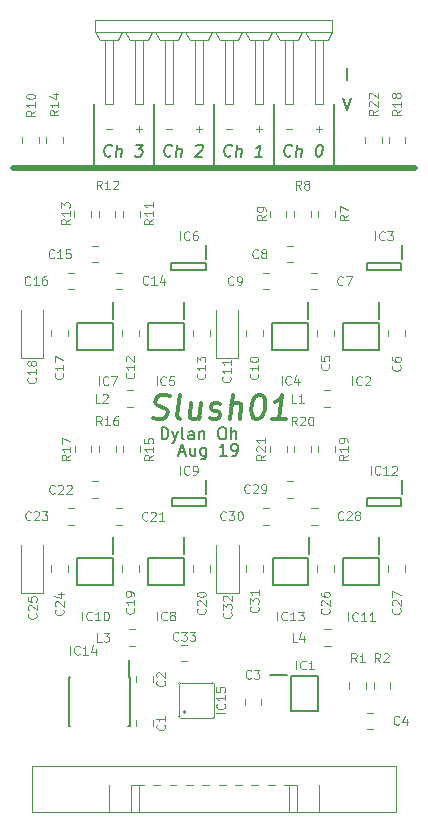
<source format=gbr>
G04 #@! TF.GenerationSoftware,KiCad,Pcbnew,(6.0.0-rc1-dev-305-gf0b8b2136)*
G04 #@! TF.CreationDate,2019-08-02T14:10:45-06:00*
G04 #@! TF.ProjectId,Slush01,536C75736830312E6B696361645F7063,rev?*
G04 #@! TF.SameCoordinates,Original*
G04 #@! TF.FileFunction,Legend,Top*
G04 #@! TF.FilePolarity,Positive*
%FSLAX46Y46*%
G04 Gerber Fmt 4.6, Leading zero omitted, Abs format (unit mm)*
G04 Created by KiCad (PCBNEW (6.0.0-rc1-dev-305-gf0b8b2136)) date 08/02/19 14:10:45*
%MOMM*%
%LPD*%
G01*
G04 APERTURE LIST*
%ADD10C,0.150000*%
%ADD11C,0.300000*%
%ADD12C,0.500000*%
%ADD13C,0.100000*%
%ADD14C,0.200000*%
%ADD15C,0.120000*%
%ADD16C,0.050000*%
G04 APERTURE END LIST*
D10*
X67083809Y-94596666D02*
X67560000Y-94596666D01*
X66988571Y-94882380D02*
X67321904Y-93882380D01*
X67655238Y-94882380D01*
X68417142Y-94215714D02*
X68417142Y-94882380D01*
X67988571Y-94215714D02*
X67988571Y-94739523D01*
X68036190Y-94834761D01*
X68131428Y-94882380D01*
X68274285Y-94882380D01*
X68369523Y-94834761D01*
X68417142Y-94787142D01*
X69321904Y-94215714D02*
X69321904Y-95025238D01*
X69274285Y-95120476D01*
X69226666Y-95168095D01*
X69131428Y-95215714D01*
X68988571Y-95215714D01*
X68893333Y-95168095D01*
X69321904Y-94834761D02*
X69226666Y-94882380D01*
X69036190Y-94882380D01*
X68940952Y-94834761D01*
X68893333Y-94787142D01*
X68845714Y-94691904D01*
X68845714Y-94406190D01*
X68893333Y-94310952D01*
X68940952Y-94263333D01*
X69036190Y-94215714D01*
X69226666Y-94215714D01*
X69321904Y-94263333D01*
X71083809Y-94882380D02*
X70512380Y-94882380D01*
X70798095Y-94882380D02*
X70798095Y-93882380D01*
X70702857Y-94025238D01*
X70607619Y-94120476D01*
X70512380Y-94168095D01*
X71560000Y-94882380D02*
X71750476Y-94882380D01*
X71845714Y-94834761D01*
X71893333Y-94787142D01*
X71988571Y-94644285D01*
X72036190Y-94453809D01*
X72036190Y-94072857D01*
X71988571Y-93977619D01*
X71940952Y-93930000D01*
X71845714Y-93882380D01*
X71655238Y-93882380D01*
X71560000Y-93930000D01*
X71512380Y-93977619D01*
X71464761Y-94072857D01*
X71464761Y-94310952D01*
X71512380Y-94406190D01*
X71560000Y-94453809D01*
X71655238Y-94501428D01*
X71845714Y-94501428D01*
X71940952Y-94453809D01*
X71988571Y-94406190D01*
X72036190Y-94310952D01*
X65563333Y-93502380D02*
X65563333Y-92502380D01*
X65801428Y-92502380D01*
X65944285Y-92550000D01*
X66039523Y-92645238D01*
X66087142Y-92740476D01*
X66134761Y-92930952D01*
X66134761Y-93073809D01*
X66087142Y-93264285D01*
X66039523Y-93359523D01*
X65944285Y-93454761D01*
X65801428Y-93502380D01*
X65563333Y-93502380D01*
X66468095Y-92835714D02*
X66706190Y-93502380D01*
X66944285Y-92835714D02*
X66706190Y-93502380D01*
X66610952Y-93740476D01*
X66563333Y-93788095D01*
X66468095Y-93835714D01*
X67468095Y-93502380D02*
X67372857Y-93454761D01*
X67325238Y-93359523D01*
X67325238Y-92502380D01*
X68277619Y-93502380D02*
X68277619Y-92978571D01*
X68230000Y-92883333D01*
X68134761Y-92835714D01*
X67944285Y-92835714D01*
X67849047Y-92883333D01*
X68277619Y-93454761D02*
X68182380Y-93502380D01*
X67944285Y-93502380D01*
X67849047Y-93454761D01*
X67801428Y-93359523D01*
X67801428Y-93264285D01*
X67849047Y-93169047D01*
X67944285Y-93121428D01*
X68182380Y-93121428D01*
X68277619Y-93073809D01*
X68753809Y-92835714D02*
X68753809Y-93502380D01*
X68753809Y-92930952D02*
X68801428Y-92883333D01*
X68896666Y-92835714D01*
X69039523Y-92835714D01*
X69134761Y-92883333D01*
X69182380Y-92978571D01*
X69182380Y-93502380D01*
X70610952Y-92502380D02*
X70801428Y-92502380D01*
X70896666Y-92550000D01*
X70991904Y-92645238D01*
X71039523Y-92835714D01*
X71039523Y-93169047D01*
X70991904Y-93359523D01*
X70896666Y-93454761D01*
X70801428Y-93502380D01*
X70610952Y-93502380D01*
X70515714Y-93454761D01*
X70420476Y-93359523D01*
X70372857Y-93169047D01*
X70372857Y-92835714D01*
X70420476Y-92645238D01*
X70515714Y-92550000D01*
X70610952Y-92502380D01*
X71468095Y-93502380D02*
X71468095Y-92502380D01*
X71896666Y-93502380D02*
X71896666Y-92978571D01*
X71849047Y-92883333D01*
X71753809Y-92835714D01*
X71610952Y-92835714D01*
X71515714Y-92883333D01*
X71468095Y-92930952D01*
D11*
X64872886Y-91679523D02*
X65146696Y-91774761D01*
X65622886Y-91774761D01*
X65825267Y-91679523D01*
X65932410Y-91584285D01*
X66051458Y-91393809D01*
X66075267Y-91203333D01*
X66003839Y-91012857D01*
X65920505Y-90917619D01*
X65741934Y-90822380D01*
X65372886Y-90727142D01*
X65194315Y-90631904D01*
X65110982Y-90536666D01*
X65039553Y-90346190D01*
X65063363Y-90155714D01*
X65182410Y-89965238D01*
X65289553Y-89870000D01*
X65491934Y-89774761D01*
X65968125Y-89774761D01*
X66241934Y-89870000D01*
X67146696Y-91774761D02*
X66968125Y-91679523D01*
X66896696Y-91489047D01*
X67110982Y-89774761D01*
X68932410Y-90441428D02*
X68765744Y-91774761D01*
X68075267Y-90441428D02*
X67944315Y-91489047D01*
X68015744Y-91679523D01*
X68194315Y-91774761D01*
X68480029Y-91774761D01*
X68682410Y-91679523D01*
X68789553Y-91584285D01*
X69634791Y-91679523D02*
X69813363Y-91774761D01*
X70194315Y-91774761D01*
X70396696Y-91679523D01*
X70515744Y-91489047D01*
X70527648Y-91393809D01*
X70456220Y-91203333D01*
X70277648Y-91108095D01*
X69991934Y-91108095D01*
X69813363Y-91012857D01*
X69741934Y-90822380D01*
X69753839Y-90727142D01*
X69872886Y-90536666D01*
X70075267Y-90441428D01*
X70360982Y-90441428D01*
X70539553Y-90536666D01*
X71337172Y-91774761D02*
X71587172Y-89774761D01*
X72194315Y-91774761D02*
X72325267Y-90727142D01*
X72253839Y-90536666D01*
X72075267Y-90441428D01*
X71789553Y-90441428D01*
X71587172Y-90536666D01*
X71480029Y-90631904D01*
X73777648Y-89774761D02*
X73968125Y-89774761D01*
X74146696Y-89870000D01*
X74230029Y-89965238D01*
X74301458Y-90155714D01*
X74349077Y-90536666D01*
X74289553Y-91012857D01*
X74146696Y-91393809D01*
X74027648Y-91584285D01*
X73920505Y-91679523D01*
X73718125Y-91774761D01*
X73527648Y-91774761D01*
X73349077Y-91679523D01*
X73265744Y-91584285D01*
X73194315Y-91393809D01*
X73146696Y-91012857D01*
X73206220Y-90536666D01*
X73349077Y-90155714D01*
X73468125Y-89965238D01*
X73575267Y-89870000D01*
X73777648Y-89774761D01*
X76099077Y-91774761D02*
X74956220Y-91774761D01*
X75527648Y-91774761D02*
X75777648Y-89774761D01*
X75551458Y-90060476D01*
X75337172Y-90250952D01*
X75134791Y-90346190D01*
D10*
X80966666Y-64602380D02*
X81300000Y-65602380D01*
X81633333Y-64602380D01*
X81300000Y-63062380D02*
X81300000Y-62062380D01*
X59840000Y-65160000D02*
X59840000Y-70540000D01*
X80180000Y-65150000D02*
X80180000Y-70530000D01*
X64920000Y-65140000D02*
X64920000Y-70520000D01*
X70010000Y-65160000D02*
X70010000Y-70540000D01*
X75080000Y-65150000D02*
X75080000Y-70530000D01*
D12*
X87000000Y-70500000D02*
X53000000Y-70500000D01*
D10*
X76531919Y-69477142D02*
X76478348Y-69524761D01*
X76329538Y-69572380D01*
X76234300Y-69572380D01*
X76097395Y-69524761D01*
X76014062Y-69429523D01*
X75978348Y-69334285D01*
X75954538Y-69143809D01*
X75972395Y-69000952D01*
X76043824Y-68810476D01*
X76103348Y-68715238D01*
X76210491Y-68620000D01*
X76359300Y-68572380D01*
X76454538Y-68572380D01*
X76591443Y-68620000D01*
X76633110Y-68667619D01*
X76948586Y-69572380D02*
X77073586Y-68572380D01*
X77377157Y-69572380D02*
X77442633Y-69048571D01*
X77406919Y-68953333D01*
X77317633Y-68905714D01*
X77174776Y-68905714D01*
X77073586Y-68953333D01*
X77020014Y-69000952D01*
X78930729Y-68572380D02*
X79025967Y-68572380D01*
X79115252Y-68620000D01*
X79156919Y-68667619D01*
X79192633Y-68762857D01*
X79216443Y-68953333D01*
X79186681Y-69191428D01*
X79115252Y-69381904D01*
X79055729Y-69477142D01*
X79002157Y-69524761D01*
X78900967Y-69572380D01*
X78805729Y-69572380D01*
X78716443Y-69524761D01*
X78674776Y-69477142D01*
X78639062Y-69381904D01*
X78615252Y-69191428D01*
X78645014Y-68953333D01*
X78716443Y-68762857D01*
X78775967Y-68667619D01*
X78829538Y-68620000D01*
X78930729Y-68572380D01*
X71451919Y-69477142D02*
X71398348Y-69524761D01*
X71249538Y-69572380D01*
X71154300Y-69572380D01*
X71017395Y-69524761D01*
X70934062Y-69429523D01*
X70898348Y-69334285D01*
X70874538Y-69143809D01*
X70892395Y-69000952D01*
X70963824Y-68810476D01*
X71023348Y-68715238D01*
X71130491Y-68620000D01*
X71279300Y-68572380D01*
X71374538Y-68572380D01*
X71511443Y-68620000D01*
X71553110Y-68667619D01*
X71868586Y-69572380D02*
X71993586Y-68572380D01*
X72297157Y-69572380D02*
X72362633Y-69048571D01*
X72326919Y-68953333D01*
X72237633Y-68905714D01*
X72094776Y-68905714D01*
X71993586Y-68953333D01*
X71940014Y-69000952D01*
X74059062Y-69572380D02*
X73487633Y-69572380D01*
X73773348Y-69572380D02*
X73898348Y-68572380D01*
X73785252Y-68715238D01*
X73678110Y-68810476D01*
X73576919Y-68858095D01*
X66371919Y-69477142D02*
X66318348Y-69524761D01*
X66169538Y-69572380D01*
X66074300Y-69572380D01*
X65937395Y-69524761D01*
X65854062Y-69429523D01*
X65818348Y-69334285D01*
X65794538Y-69143809D01*
X65812395Y-69000952D01*
X65883824Y-68810476D01*
X65943348Y-68715238D01*
X66050491Y-68620000D01*
X66199300Y-68572380D01*
X66294538Y-68572380D01*
X66431443Y-68620000D01*
X66473110Y-68667619D01*
X66788586Y-69572380D02*
X66913586Y-68572380D01*
X67217157Y-69572380D02*
X67282633Y-69048571D01*
X67246919Y-68953333D01*
X67157633Y-68905714D01*
X67014776Y-68905714D01*
X66913586Y-68953333D01*
X66860014Y-69000952D01*
X68520729Y-68667619D02*
X68574300Y-68620000D01*
X68675491Y-68572380D01*
X68913586Y-68572380D01*
X69002872Y-68620000D01*
X69044538Y-68667619D01*
X69080252Y-68762857D01*
X69068348Y-68858095D01*
X69002872Y-69000952D01*
X68360014Y-69572380D01*
X68979062Y-69572380D01*
X61291919Y-69477142D02*
X61238348Y-69524761D01*
X61089538Y-69572380D01*
X60994300Y-69572380D01*
X60857395Y-69524761D01*
X60774062Y-69429523D01*
X60738348Y-69334285D01*
X60714538Y-69143809D01*
X60732395Y-69000952D01*
X60803824Y-68810476D01*
X60863348Y-68715238D01*
X60970491Y-68620000D01*
X61119300Y-68572380D01*
X61214538Y-68572380D01*
X61351443Y-68620000D01*
X61393110Y-68667619D01*
X61708586Y-69572380D02*
X61833586Y-68572380D01*
X62137157Y-69572380D02*
X62202633Y-69048571D01*
X62166919Y-68953333D01*
X62077633Y-68905714D01*
X61934776Y-68905714D01*
X61833586Y-68953333D01*
X61780014Y-69000952D01*
X63405014Y-68572380D02*
X64024062Y-68572380D01*
X63643110Y-68953333D01*
X63785967Y-68953333D01*
X63875252Y-69000952D01*
X63916919Y-69048571D01*
X63952633Y-69143809D01*
X63922872Y-69381904D01*
X63863348Y-69477142D01*
X63809776Y-69524761D01*
X63708586Y-69572380D01*
X63422872Y-69572380D01*
X63333586Y-69524761D01*
X63291919Y-69477142D01*
D13*
X78636031Y-67267619D02*
X79143968Y-67267619D01*
X78890000Y-67521587D02*
X78890000Y-67013650D01*
X73556031Y-67267619D02*
X74063968Y-67267619D01*
X73810000Y-67521587D02*
X73810000Y-67013650D01*
X68476031Y-67267619D02*
X68983968Y-67267619D01*
X68730000Y-67521587D02*
X68730000Y-67013650D01*
X76096031Y-67267619D02*
X76603968Y-67267619D01*
X71016031Y-67267619D02*
X71523968Y-67267619D01*
X65936031Y-67267619D02*
X66443968Y-67267619D01*
X60856031Y-67267619D02*
X61363968Y-67267619D01*
X63396031Y-67267619D02*
X63903968Y-67267619D01*
X63650000Y-67521587D02*
X63650000Y-67013650D01*
D14*
G04 #@! TO.C,IC11*
X83965000Y-103577000D02*
X83965000Y-105877000D01*
X83965000Y-105877000D02*
X80965000Y-105877000D01*
X80965000Y-105877000D02*
X80965000Y-103577000D01*
X80965000Y-103577000D02*
X83965000Y-103577000D01*
X84015000Y-101777000D02*
X84015000Y-103227000D01*
D10*
G04 #@! TO.C,IC14*
X62805784Y-113608218D02*
X62805784Y-112208218D01*
X57705784Y-113608218D02*
X57705784Y-117758218D01*
X62855784Y-113608218D02*
X62855784Y-117758218D01*
X57705784Y-113608218D02*
X57850784Y-113608218D01*
X57705784Y-117758218D02*
X57850784Y-117758218D01*
X62855784Y-117758218D02*
X62710784Y-117758218D01*
X62855784Y-113608218D02*
X62805784Y-113608218D01*
D14*
G04 #@! TO.C,IC3*
X85881000Y-77061000D02*
X85881000Y-78211000D01*
X82931000Y-78561000D02*
X85831000Y-78561000D01*
X82931000Y-79211000D02*
X82931000Y-78561000D01*
X85831000Y-79211000D02*
X82931000Y-79211000D01*
X85831000Y-78561000D02*
X85831000Y-79211000D01*
G04 #@! TO.C,IC6*
X69349000Y-77061000D02*
X69349000Y-78211000D01*
X66399000Y-78561000D02*
X69299000Y-78561000D01*
X66399000Y-79211000D02*
X66399000Y-78561000D01*
X69299000Y-79211000D02*
X66399000Y-79211000D01*
X69299000Y-78561000D02*
X69299000Y-79211000D01*
G04 #@! TO.C,IC9*
X69358000Y-96984000D02*
X69358000Y-98134000D01*
X66408000Y-98484000D02*
X69308000Y-98484000D01*
X66408000Y-99134000D02*
X66408000Y-98484000D01*
X69308000Y-99134000D02*
X66408000Y-99134000D01*
X69308000Y-98484000D02*
X69308000Y-99134000D01*
G04 #@! TO.C,IC12*
X85890000Y-96984000D02*
X85890000Y-98134000D01*
X82940000Y-98484000D02*
X85840000Y-98484000D01*
X82940000Y-99134000D02*
X82940000Y-98484000D01*
X85840000Y-99134000D02*
X82940000Y-99134000D01*
X85840000Y-98484000D02*
X85840000Y-99134000D01*
D15*
G04 #@! TO.C,R13*
X59609000Y-74662252D02*
X59609000Y-74139748D01*
X58189000Y-74662252D02*
X58189000Y-74139748D01*
G04 #@! TO.C,R12*
X61659000Y-74662252D02*
X61659000Y-74139748D01*
X60239000Y-74662252D02*
X60239000Y-74139748D01*
G04 #@! TO.C,C17*
X57615000Y-84792252D02*
X57615000Y-84269748D01*
X56195000Y-84792252D02*
X56195000Y-84269748D01*
G04 #@! TO.C,R11*
X63709000Y-74662252D02*
X63709000Y-74139748D01*
X62289000Y-74662252D02*
X62289000Y-74139748D01*
G04 #@! TO.C,C18*
X55544000Y-86603500D02*
X55544000Y-82518500D01*
X53674000Y-86603500D02*
X55544000Y-86603500D01*
X53674000Y-82518500D02*
X53674000Y-86603500D01*
G04 #@! TO.C,R7*
X80241000Y-74662252D02*
X80241000Y-74139748D01*
X78821000Y-74662252D02*
X78821000Y-74139748D01*
G04 #@! TO.C,C11*
X72076000Y-86603500D02*
X72076000Y-82518500D01*
X70206000Y-86603500D02*
X72076000Y-86603500D01*
X70206000Y-82518500D02*
X70206000Y-86603500D01*
G04 #@! TO.C,R8*
X78191000Y-74662252D02*
X78191000Y-74139748D01*
X76771000Y-74662252D02*
X76771000Y-74139748D01*
G04 #@! TO.C,C7*
X78767252Y-79400000D02*
X78244748Y-79400000D01*
X78767252Y-80820000D02*
X78244748Y-80820000D01*
G04 #@! TO.C,C8*
X76717252Y-77104791D02*
X76194748Y-77104791D01*
X76717252Y-78524791D02*
X76194748Y-78524791D01*
G04 #@! TO.C,R9*
X76141000Y-74662252D02*
X76141000Y-74139748D01*
X74721000Y-74662252D02*
X74721000Y-74139748D01*
G04 #@! TO.C,C10*
X74147000Y-84792252D02*
X74147000Y-84269748D01*
X72727000Y-84792252D02*
X72727000Y-84269748D01*
G04 #@! TO.C,C5*
X80166000Y-84792252D02*
X80166000Y-84269748D01*
X78746000Y-84792252D02*
X78746000Y-84269748D01*
G04 #@! TO.C,C6*
X86166000Y-84792252D02*
X86166000Y-84269748D01*
X84746000Y-84792252D02*
X84746000Y-84269748D01*
G04 #@! TO.C,C9*
X74667252Y-79400000D02*
X74144748Y-79400000D01*
X74667252Y-80820000D02*
X74144748Y-80820000D01*
G04 #@! TO.C,C13*
X69634000Y-84792252D02*
X69634000Y-84269748D01*
X68214000Y-84792252D02*
X68214000Y-84269748D01*
G04 #@! TO.C,C12*
X63634000Y-84792252D02*
X63634000Y-84269748D01*
X62214000Y-84792252D02*
X62214000Y-84269748D01*
G04 #@! TO.C,C16*
X58135252Y-79400000D02*
X57612748Y-79400000D01*
X58135252Y-80820000D02*
X57612748Y-80820000D01*
G04 #@! TO.C,C15*
X60185252Y-77104791D02*
X59662748Y-77104791D01*
X60185252Y-78524791D02*
X59662748Y-78524791D01*
G04 #@! TO.C,C14*
X62235252Y-79400000D02*
X61712748Y-79400000D01*
X62235252Y-80820000D02*
X61712748Y-80820000D01*
G04 #@! TO.C,C28*
X78776252Y-99323000D02*
X78253748Y-99323000D01*
X78776252Y-100743000D02*
X78253748Y-100743000D01*
G04 #@! TO.C,R21*
X76150000Y-94585252D02*
X76150000Y-94062748D01*
X74730000Y-94585252D02*
X74730000Y-94062748D01*
G04 #@! TO.C,R20*
X78200000Y-94585252D02*
X78200000Y-94062748D01*
X76780000Y-94585252D02*
X76780000Y-94062748D01*
G04 #@! TO.C,C31*
X74156000Y-104715252D02*
X74156000Y-104192748D01*
X72736000Y-104715252D02*
X72736000Y-104192748D01*
G04 #@! TO.C,R19*
X80250000Y-94585252D02*
X80250000Y-94062748D01*
X78830000Y-94585252D02*
X78830000Y-94062748D01*
G04 #@! TO.C,C32*
X72085000Y-106526500D02*
X72085000Y-102441500D01*
X70215000Y-106526500D02*
X72085000Y-106526500D01*
X70215000Y-102441500D02*
X70215000Y-106526500D01*
G04 #@! TO.C,C27*
X86175000Y-104715252D02*
X86175000Y-104192748D01*
X84755000Y-104715252D02*
X84755000Y-104192748D01*
G04 #@! TO.C,C26*
X80175000Y-104715252D02*
X80175000Y-104192748D01*
X78755000Y-104715252D02*
X78755000Y-104192748D01*
G04 #@! TO.C,C30*
X74676252Y-99323000D02*
X74153748Y-99323000D01*
X74676252Y-100743000D02*
X74153748Y-100743000D01*
G04 #@! TO.C,C29*
X76726252Y-97027791D02*
X76203748Y-97027791D01*
X76726252Y-98447791D02*
X76203748Y-98447791D01*
G04 #@! TO.C,C1*
X64810000Y-117791252D02*
X64810000Y-117268748D01*
X63390000Y-117791252D02*
X63390000Y-117268748D01*
G04 #@! TO.C,C2*
X63390000Y-113568748D02*
X63390000Y-114091252D01*
X64810000Y-113568748D02*
X64810000Y-114091252D01*
G04 #@! TO.C,C3*
X72590000Y-115488748D02*
X72590000Y-116011252D01*
X74010000Y-115488748D02*
X74010000Y-116011252D01*
G04 #@! TO.C,C4*
X82938748Y-118060000D02*
X83461252Y-118060000D01*
X82938748Y-116640000D02*
X83461252Y-116640000D01*
G04 #@! TO.C,C19*
X63643000Y-104715252D02*
X63643000Y-104192748D01*
X62223000Y-104715252D02*
X62223000Y-104192748D01*
G04 #@! TO.C,C20*
X69643000Y-104715252D02*
X69643000Y-104192748D01*
X68223000Y-104715252D02*
X68223000Y-104192748D01*
G04 #@! TO.C,C21*
X62244252Y-99323000D02*
X61721748Y-99323000D01*
X62244252Y-100743000D02*
X61721748Y-100743000D01*
G04 #@! TO.C,C22*
X60194252Y-97027791D02*
X59671748Y-97027791D01*
X60194252Y-98447791D02*
X59671748Y-98447791D01*
G04 #@! TO.C,C23*
X58144252Y-99323000D02*
X57621748Y-99323000D01*
X58144252Y-100743000D02*
X57621748Y-100743000D01*
G04 #@! TO.C,C24*
X57624000Y-104715252D02*
X57624000Y-104192748D01*
X56204000Y-104715252D02*
X56204000Y-104192748D01*
G04 #@! TO.C,C25*
X55553000Y-106526500D02*
X55553000Y-102441500D01*
X53683000Y-106526500D02*
X55553000Y-106526500D01*
X53683000Y-102441500D02*
X53683000Y-106526500D01*
G04 #@! TO.C,L1*
X79849252Y-89334000D02*
X79326748Y-89334000D01*
X79849252Y-90754000D02*
X79326748Y-90754000D01*
G04 #@! TO.C,L2*
X63178252Y-89334000D02*
X62655748Y-89334000D01*
X63178252Y-90754000D02*
X62655748Y-90754000D01*
G04 #@! TO.C,L3*
X63339252Y-109577000D02*
X62816748Y-109577000D01*
X63339252Y-110997000D02*
X62816748Y-110997000D01*
G04 #@! TO.C,L4*
X79871252Y-109577000D02*
X79348748Y-109577000D01*
X79871252Y-110997000D02*
X79348748Y-110997000D01*
G04 #@! TO.C,R1*
X82885000Y-114611252D02*
X82885000Y-114088748D01*
X81465000Y-114611252D02*
X81465000Y-114088748D01*
G04 #@! TO.C,R2*
X83515000Y-114088748D02*
X83515000Y-114611252D01*
X84935000Y-114088748D02*
X84935000Y-114611252D01*
G04 #@! TO.C,R10*
X53790000Y-67873748D02*
X53790000Y-68396252D01*
X55210000Y-67873748D02*
X55210000Y-68396252D01*
G04 #@! TO.C,R14*
X55790000Y-67873748D02*
X55790000Y-68396252D01*
X57210000Y-67873748D02*
X57210000Y-68396252D01*
G04 #@! TO.C,R15*
X63718000Y-94585252D02*
X63718000Y-94062748D01*
X62298000Y-94585252D02*
X62298000Y-94062748D01*
G04 #@! TO.C,R16*
X61668000Y-94585252D02*
X61668000Y-94062748D01*
X60248000Y-94585252D02*
X60248000Y-94062748D01*
G04 #@! TO.C,R17*
X59618000Y-94585252D02*
X59618000Y-94062748D01*
X58198000Y-94585252D02*
X58198000Y-94062748D01*
G04 #@! TO.C,R18*
X84790000Y-67873748D02*
X84790000Y-68396252D01*
X86210000Y-67873748D02*
X86210000Y-68396252D01*
G04 #@! TO.C,R22*
X82790000Y-67873748D02*
X82790000Y-68396252D01*
X84210000Y-67873748D02*
X84210000Y-68396252D01*
D14*
G04 #@! TO.C,IC1*
X76550000Y-113550000D02*
X78850000Y-113550000D01*
X78850000Y-113550000D02*
X78850000Y-116550000D01*
X78850000Y-116550000D02*
X76550000Y-116550000D01*
X76550000Y-116550000D02*
X76550000Y-113550000D01*
X74750000Y-113500000D02*
X76200000Y-113500000D01*
G04 #@! TO.C,IC2*
X83956000Y-83654000D02*
X83956000Y-85954000D01*
X83956000Y-85954000D02*
X80956000Y-85954000D01*
X80956000Y-85954000D02*
X80956000Y-83654000D01*
X80956000Y-83654000D02*
X83956000Y-83654000D01*
X84006000Y-81854000D02*
X84006000Y-83304000D01*
G04 #@! TO.C,IC4*
X77956000Y-83654000D02*
X77956000Y-85954000D01*
X77956000Y-85954000D02*
X74956000Y-85954000D01*
X74956000Y-85954000D02*
X74956000Y-83654000D01*
X74956000Y-83654000D02*
X77956000Y-83654000D01*
X78006000Y-81854000D02*
X78006000Y-83304000D01*
G04 #@! TO.C,IC5*
X67424000Y-83654000D02*
X67424000Y-85954000D01*
X67424000Y-85954000D02*
X64424000Y-85954000D01*
X64424000Y-85954000D02*
X64424000Y-83654000D01*
X64424000Y-83654000D02*
X67424000Y-83654000D01*
X67474000Y-81854000D02*
X67474000Y-83304000D01*
G04 #@! TO.C,IC7*
X61424000Y-83654000D02*
X61424000Y-85954000D01*
X61424000Y-85954000D02*
X58424000Y-85954000D01*
X58424000Y-85954000D02*
X58424000Y-83654000D01*
X58424000Y-83654000D02*
X61424000Y-83654000D01*
X61474000Y-81854000D02*
X61474000Y-83304000D01*
G04 #@! TO.C,IC8*
X67433000Y-103577000D02*
X67433000Y-105877000D01*
X67433000Y-105877000D02*
X64433000Y-105877000D01*
X64433000Y-105877000D02*
X64433000Y-103577000D01*
X64433000Y-103577000D02*
X67433000Y-103577000D01*
X67483000Y-101777000D02*
X67483000Y-103227000D01*
G04 #@! TO.C,IC10*
X61433000Y-103577000D02*
X61433000Y-105877000D01*
X61433000Y-105877000D02*
X58433000Y-105877000D01*
X58433000Y-105877000D02*
X58433000Y-103577000D01*
X58433000Y-103577000D02*
X61433000Y-103577000D01*
X61483000Y-101777000D02*
X61483000Y-103227000D01*
G04 #@! TO.C,IC13*
X77965000Y-103577000D02*
X77965000Y-105877000D01*
X77965000Y-105877000D02*
X74965000Y-105877000D01*
X74965000Y-105877000D02*
X74965000Y-103577000D01*
X74965000Y-103577000D02*
X77965000Y-103577000D01*
X78015000Y-101777000D02*
X78015000Y-103227000D01*
D16*
G04 #@! TO.C,J1*
X54589252Y-125054380D02*
X54589252Y-121155081D01*
X74555000Y-122753150D02*
X75140000Y-122753150D01*
X73170000Y-122753156D02*
X73755000Y-122753156D01*
X69015000Y-122753156D02*
X69600000Y-122753156D01*
X67630000Y-122753156D02*
X68215000Y-122753156D01*
X76323040Y-125054380D02*
X76323040Y-122753150D01*
X63666305Y-125054380D02*
X63666305Y-122753150D01*
X78911918Y-125054380D02*
X78911918Y-122753150D01*
X63005768Y-125054380D02*
X63005768Y-122753150D01*
X70985000Y-122753150D02*
X70400000Y-122753150D01*
X72370000Y-122753150D02*
X71785000Y-122753150D01*
X61088081Y-125054380D02*
X61088081Y-122753150D01*
X76994231Y-125054380D02*
X76994231Y-122753150D01*
X66830000Y-122753150D02*
X66245000Y-122753150D01*
X65445000Y-122753150D02*
X64860000Y-122753150D01*
X85410748Y-125054380D02*
X85410748Y-121155079D01*
X54589252Y-125054380D02*
X85410747Y-125054380D01*
X54589252Y-121155073D02*
X85410748Y-121155073D01*
X63005768Y-122753150D02*
X64060000Y-122753150D01*
X75940000Y-122753150D02*
X76994231Y-122753150D01*
G04 #@! TO.C,J2*
X80033000Y-58038000D02*
X59967000Y-58038000D01*
X69047706Y-59689037D02*
X69047706Y-65150000D01*
X68391544Y-65150000D02*
X68391544Y-59689037D01*
X69873201Y-59054042D02*
X59966799Y-59054042D01*
X61872256Y-59689037D02*
X60348267Y-59689037D01*
X63332746Y-65150000D02*
X63967741Y-65150000D01*
X59967270Y-59054042D02*
X60348267Y-59689037D01*
X69471037Y-59689037D02*
X69873201Y-59054042D01*
X59966799Y-58038049D02*
X59966799Y-59054042D01*
X65872728Y-59689037D02*
X65872728Y-65150000D01*
X65047234Y-59054042D02*
X65428231Y-59689037D01*
X60792764Y-59689037D02*
X60792764Y-65150000D01*
X70148366Y-59054042D02*
X69873201Y-59054042D01*
X80033201Y-59054042D02*
X70126799Y-59054042D01*
X76667724Y-65150000D02*
X76667724Y-59689037D01*
X78128214Y-59689037D02*
X79631037Y-59689037D01*
X80033201Y-58038049D02*
X80033201Y-59054042D01*
X72667252Y-59054042D02*
X73027082Y-59689037D01*
X77091054Y-59689037D02*
X75588231Y-59689037D01*
X74572238Y-59689037D02*
X73027082Y-59689037D01*
X72392087Y-59054042D02*
X72032256Y-59689037D01*
X77472052Y-59054042D02*
X77091054Y-59689037D01*
X77747216Y-59054042D02*
X78128214Y-59689037D01*
X71587759Y-65150000D02*
X71587759Y-59689037D01*
X78551544Y-65150000D02*
X78551544Y-59689037D01*
X67968214Y-59689037D02*
X69471037Y-59689037D01*
X65872728Y-65150000D02*
X66507724Y-65150000D01*
X66931054Y-59689037D02*
X65428231Y-59689037D01*
X76032728Y-59689037D02*
X76032728Y-65150000D01*
X64412238Y-59689037D02*
X62867082Y-59689037D01*
X61427759Y-65150000D02*
X61427759Y-59689037D01*
X75207234Y-59054042D02*
X75588231Y-59689037D01*
X62232087Y-59054042D02*
X61872256Y-59689037D01*
X60792764Y-65150000D02*
X61427759Y-65150000D01*
X67587216Y-59054042D02*
X67968214Y-59689037D01*
X70952764Y-65150000D02*
X71587759Y-65150000D01*
X73492746Y-65150000D02*
X74127741Y-65150000D01*
X74932069Y-59054042D02*
X74572238Y-59689037D01*
X63967741Y-65150000D02*
X63967741Y-59689037D01*
X62507252Y-59054042D02*
X62867082Y-59689037D01*
X66507724Y-65150000D02*
X66507724Y-59689037D01*
X63332746Y-59689037D02*
X63332746Y-65150000D01*
X68391544Y-65150000D02*
X69047706Y-65150000D01*
X67312052Y-59054042D02*
X66931054Y-59689037D01*
X72032256Y-59689037D02*
X70508267Y-59689037D01*
X64772069Y-59054042D02*
X64412238Y-59689037D01*
X79207706Y-59689037D02*
X79207706Y-65150000D01*
X76032728Y-65150000D02*
X76667724Y-65150000D01*
X78551544Y-65150000D02*
X79207706Y-65150000D01*
X73492746Y-59689037D02*
X73492746Y-65150000D01*
X79631037Y-59689037D02*
X80033201Y-59054042D01*
X70952764Y-59689037D02*
X70952764Y-65150000D01*
X74127741Y-65150000D02*
X74127741Y-59689037D01*
X70127270Y-59054042D02*
X70508267Y-59689037D01*
D15*
G04 #@! TO.C,C33*
X67213748Y-112310000D02*
X67736252Y-112310000D01*
X67213748Y-110890000D02*
X67736252Y-110890000D01*
G04 #@! TO.C,IC15*
X67600000Y-116600000D02*
G75*
G03X67600000Y-116600000I-100000J0D01*
G01*
X70000000Y-117000000D02*
G75*
G02X69900000Y-117100000I-100000J0D01*
G01*
X69900000Y-114100000D02*
G75*
G02X70000000Y-114200000I0J-100000D01*
G01*
X67000000Y-114200000D02*
G75*
G02X67100000Y-114100000I100000J0D01*
G01*
X67100000Y-117100000D02*
G75*
G02X67000000Y-117000000I0J100000D01*
G01*
X70000000Y-114200000D02*
X70000000Y-117000000D01*
X67100000Y-114100000D02*
X69900000Y-114100000D01*
X67000000Y-117000000D02*
X67000000Y-114200000D01*
X69900000Y-117100000D02*
X67100000Y-117100000D01*
G04 #@! TO.C,IC11*
D13*
X81390714Y-108909285D02*
X81390714Y-108159285D01*
X82176428Y-108837857D02*
X82140714Y-108873571D01*
X82033571Y-108909285D01*
X81962142Y-108909285D01*
X81855000Y-108873571D01*
X81783571Y-108802142D01*
X81747857Y-108730714D01*
X81712142Y-108587857D01*
X81712142Y-108480714D01*
X81747857Y-108337857D01*
X81783571Y-108266428D01*
X81855000Y-108195000D01*
X81962142Y-108159285D01*
X82033571Y-108159285D01*
X82140714Y-108195000D01*
X82176428Y-108230714D01*
X82890714Y-108909285D02*
X82462142Y-108909285D01*
X82676428Y-108909285D02*
X82676428Y-108159285D01*
X82605000Y-108266428D01*
X82533571Y-108337857D01*
X82462142Y-108373571D01*
X83605000Y-108909285D02*
X83176428Y-108909285D01*
X83390714Y-108909285D02*
X83390714Y-108159285D01*
X83319285Y-108266428D01*
X83247857Y-108337857D01*
X83176428Y-108373571D01*
G04 #@! TO.C,IC14*
X57834714Y-111733285D02*
X57834714Y-110983285D01*
X58620428Y-111661857D02*
X58584714Y-111697571D01*
X58477571Y-111733285D01*
X58406142Y-111733285D01*
X58299000Y-111697571D01*
X58227571Y-111626142D01*
X58191857Y-111554714D01*
X58156142Y-111411857D01*
X58156142Y-111304714D01*
X58191857Y-111161857D01*
X58227571Y-111090428D01*
X58299000Y-111019000D01*
X58406142Y-110983285D01*
X58477571Y-110983285D01*
X58584714Y-111019000D01*
X58620428Y-111054714D01*
X59334714Y-111733285D02*
X58906142Y-111733285D01*
X59120428Y-111733285D02*
X59120428Y-110983285D01*
X59049000Y-111090428D01*
X58977571Y-111161857D01*
X58906142Y-111197571D01*
X59977571Y-111233285D02*
X59977571Y-111733285D01*
X59799000Y-110947571D02*
X59620428Y-111483285D01*
X60084714Y-111483285D01*
G04 #@! TO.C,IC3*
X83657857Y-76659285D02*
X83657857Y-75909285D01*
X84443571Y-76587857D02*
X84407857Y-76623571D01*
X84300714Y-76659285D01*
X84229285Y-76659285D01*
X84122142Y-76623571D01*
X84050714Y-76552142D01*
X84015000Y-76480714D01*
X83979285Y-76337857D01*
X83979285Y-76230714D01*
X84015000Y-76087857D01*
X84050714Y-76016428D01*
X84122142Y-75945000D01*
X84229285Y-75909285D01*
X84300714Y-75909285D01*
X84407857Y-75945000D01*
X84443571Y-75980714D01*
X84693571Y-75909285D02*
X85157857Y-75909285D01*
X84907857Y-76195000D01*
X85015000Y-76195000D01*
X85086428Y-76230714D01*
X85122142Y-76266428D01*
X85157857Y-76337857D01*
X85157857Y-76516428D01*
X85122142Y-76587857D01*
X85086428Y-76623571D01*
X85015000Y-76659285D01*
X84800714Y-76659285D01*
X84729285Y-76623571D01*
X84693571Y-76587857D01*
G04 #@! TO.C,IC6*
X67137857Y-76639285D02*
X67137857Y-75889285D01*
X67923571Y-76567857D02*
X67887857Y-76603571D01*
X67780714Y-76639285D01*
X67709285Y-76639285D01*
X67602142Y-76603571D01*
X67530714Y-76532142D01*
X67495000Y-76460714D01*
X67459285Y-76317857D01*
X67459285Y-76210714D01*
X67495000Y-76067857D01*
X67530714Y-75996428D01*
X67602142Y-75925000D01*
X67709285Y-75889285D01*
X67780714Y-75889285D01*
X67887857Y-75925000D01*
X67923571Y-75960714D01*
X68566428Y-75889285D02*
X68423571Y-75889285D01*
X68352142Y-75925000D01*
X68316428Y-75960714D01*
X68245000Y-76067857D01*
X68209285Y-76210714D01*
X68209285Y-76496428D01*
X68245000Y-76567857D01*
X68280714Y-76603571D01*
X68352142Y-76639285D01*
X68495000Y-76639285D01*
X68566428Y-76603571D01*
X68602142Y-76567857D01*
X68637857Y-76496428D01*
X68637857Y-76317857D01*
X68602142Y-76246428D01*
X68566428Y-76210714D01*
X68495000Y-76175000D01*
X68352142Y-76175000D01*
X68280714Y-76210714D01*
X68245000Y-76246428D01*
X68209285Y-76317857D01*
G04 #@! TO.C,IC9*
X67125857Y-96509285D02*
X67125857Y-95759285D01*
X67911571Y-96437857D02*
X67875857Y-96473571D01*
X67768714Y-96509285D01*
X67697285Y-96509285D01*
X67590142Y-96473571D01*
X67518714Y-96402142D01*
X67483000Y-96330714D01*
X67447285Y-96187857D01*
X67447285Y-96080714D01*
X67483000Y-95937857D01*
X67518714Y-95866428D01*
X67590142Y-95795000D01*
X67697285Y-95759285D01*
X67768714Y-95759285D01*
X67875857Y-95795000D01*
X67911571Y-95830714D01*
X68268714Y-96509285D02*
X68411571Y-96509285D01*
X68483000Y-96473571D01*
X68518714Y-96437857D01*
X68590142Y-96330714D01*
X68625857Y-96187857D01*
X68625857Y-95902142D01*
X68590142Y-95830714D01*
X68554428Y-95795000D01*
X68483000Y-95759285D01*
X68340142Y-95759285D01*
X68268714Y-95795000D01*
X68233000Y-95830714D01*
X68197285Y-95902142D01*
X68197285Y-96080714D01*
X68233000Y-96152142D01*
X68268714Y-96187857D01*
X68340142Y-96223571D01*
X68483000Y-96223571D01*
X68554428Y-96187857D01*
X68590142Y-96152142D01*
X68625857Y-96080714D01*
G04 #@! TO.C,IC12*
X83280714Y-96509285D02*
X83280714Y-95759285D01*
X84066428Y-96437857D02*
X84030714Y-96473571D01*
X83923571Y-96509285D01*
X83852142Y-96509285D01*
X83745000Y-96473571D01*
X83673571Y-96402142D01*
X83637857Y-96330714D01*
X83602142Y-96187857D01*
X83602142Y-96080714D01*
X83637857Y-95937857D01*
X83673571Y-95866428D01*
X83745000Y-95795000D01*
X83852142Y-95759285D01*
X83923571Y-95759285D01*
X84030714Y-95795000D01*
X84066428Y-95830714D01*
X84780714Y-96509285D02*
X84352142Y-96509285D01*
X84566428Y-96509285D02*
X84566428Y-95759285D01*
X84495000Y-95866428D01*
X84423571Y-95937857D01*
X84352142Y-95973571D01*
X85066428Y-95830714D02*
X85102142Y-95795000D01*
X85173571Y-95759285D01*
X85352142Y-95759285D01*
X85423571Y-95795000D01*
X85459285Y-95830714D01*
X85495000Y-95902142D01*
X85495000Y-95973571D01*
X85459285Y-96080714D01*
X85030714Y-96509285D01*
X85495000Y-96509285D01*
G04 #@! TO.C,R13*
X57799285Y-74872142D02*
X57442142Y-75122142D01*
X57799285Y-75300714D02*
X57049285Y-75300714D01*
X57049285Y-75015000D01*
X57085000Y-74943571D01*
X57120714Y-74907857D01*
X57192142Y-74872142D01*
X57299285Y-74872142D01*
X57370714Y-74907857D01*
X57406428Y-74943571D01*
X57442142Y-75015000D01*
X57442142Y-75300714D01*
X57799285Y-74157857D02*
X57799285Y-74586428D01*
X57799285Y-74372142D02*
X57049285Y-74372142D01*
X57156428Y-74443571D01*
X57227857Y-74515000D01*
X57263571Y-74586428D01*
X57049285Y-73907857D02*
X57049285Y-73443571D01*
X57335000Y-73693571D01*
X57335000Y-73586428D01*
X57370714Y-73515000D01*
X57406428Y-73479285D01*
X57477857Y-73443571D01*
X57656428Y-73443571D01*
X57727857Y-73479285D01*
X57763571Y-73515000D01*
X57799285Y-73586428D01*
X57799285Y-73800714D01*
X57763571Y-73872142D01*
X57727857Y-73907857D01*
G04 #@! TO.C,R12*
X60487857Y-72349285D02*
X60237857Y-71992142D01*
X60059285Y-72349285D02*
X60059285Y-71599285D01*
X60345000Y-71599285D01*
X60416428Y-71635000D01*
X60452142Y-71670714D01*
X60487857Y-71742142D01*
X60487857Y-71849285D01*
X60452142Y-71920714D01*
X60416428Y-71956428D01*
X60345000Y-71992142D01*
X60059285Y-71992142D01*
X61202142Y-72349285D02*
X60773571Y-72349285D01*
X60987857Y-72349285D02*
X60987857Y-71599285D01*
X60916428Y-71706428D01*
X60845000Y-71777857D01*
X60773571Y-71813571D01*
X61487857Y-71670714D02*
X61523571Y-71635000D01*
X61595000Y-71599285D01*
X61773571Y-71599285D01*
X61845000Y-71635000D01*
X61880714Y-71670714D01*
X61916428Y-71742142D01*
X61916428Y-71813571D01*
X61880714Y-71920714D01*
X61452142Y-72349285D01*
X61916428Y-72349285D01*
G04 #@! TO.C,C17*
X57187857Y-87932142D02*
X57223571Y-87967857D01*
X57259285Y-88075000D01*
X57259285Y-88146428D01*
X57223571Y-88253571D01*
X57152142Y-88325000D01*
X57080714Y-88360714D01*
X56937857Y-88396428D01*
X56830714Y-88396428D01*
X56687857Y-88360714D01*
X56616428Y-88325000D01*
X56545000Y-88253571D01*
X56509285Y-88146428D01*
X56509285Y-88075000D01*
X56545000Y-87967857D01*
X56580714Y-87932142D01*
X57259285Y-87217857D02*
X57259285Y-87646428D01*
X57259285Y-87432142D02*
X56509285Y-87432142D01*
X56616428Y-87503571D01*
X56687857Y-87575000D01*
X56723571Y-87646428D01*
X56509285Y-86967857D02*
X56509285Y-86467857D01*
X57259285Y-86789285D01*
G04 #@! TO.C,R11*
X64839285Y-74872142D02*
X64482142Y-75122142D01*
X64839285Y-75300714D02*
X64089285Y-75300714D01*
X64089285Y-75015000D01*
X64125000Y-74943571D01*
X64160714Y-74907857D01*
X64232142Y-74872142D01*
X64339285Y-74872142D01*
X64410714Y-74907857D01*
X64446428Y-74943571D01*
X64482142Y-75015000D01*
X64482142Y-75300714D01*
X64839285Y-74157857D02*
X64839285Y-74586428D01*
X64839285Y-74372142D02*
X64089285Y-74372142D01*
X64196428Y-74443571D01*
X64267857Y-74515000D01*
X64303571Y-74586428D01*
X64839285Y-73443571D02*
X64839285Y-73872142D01*
X64839285Y-73657857D02*
X64089285Y-73657857D01*
X64196428Y-73729285D01*
X64267857Y-73800714D01*
X64303571Y-73872142D01*
G04 #@! TO.C,C18*
X54867857Y-88292142D02*
X54903571Y-88327857D01*
X54939285Y-88435000D01*
X54939285Y-88506428D01*
X54903571Y-88613571D01*
X54832142Y-88685000D01*
X54760714Y-88720714D01*
X54617857Y-88756428D01*
X54510714Y-88756428D01*
X54367857Y-88720714D01*
X54296428Y-88685000D01*
X54225000Y-88613571D01*
X54189285Y-88506428D01*
X54189285Y-88435000D01*
X54225000Y-88327857D01*
X54260714Y-88292142D01*
X54939285Y-87577857D02*
X54939285Y-88006428D01*
X54939285Y-87792142D02*
X54189285Y-87792142D01*
X54296428Y-87863571D01*
X54367857Y-87935000D01*
X54403571Y-88006428D01*
X54510714Y-87149285D02*
X54475000Y-87220714D01*
X54439285Y-87256428D01*
X54367857Y-87292142D01*
X54332142Y-87292142D01*
X54260714Y-87256428D01*
X54225000Y-87220714D01*
X54189285Y-87149285D01*
X54189285Y-87006428D01*
X54225000Y-86935000D01*
X54260714Y-86899285D01*
X54332142Y-86863571D01*
X54367857Y-86863571D01*
X54439285Y-86899285D01*
X54475000Y-86935000D01*
X54510714Y-87006428D01*
X54510714Y-87149285D01*
X54546428Y-87220714D01*
X54582142Y-87256428D01*
X54653571Y-87292142D01*
X54796428Y-87292142D01*
X54867857Y-87256428D01*
X54903571Y-87220714D01*
X54939285Y-87149285D01*
X54939285Y-87006428D01*
X54903571Y-86935000D01*
X54867857Y-86899285D01*
X54796428Y-86863571D01*
X54653571Y-86863571D01*
X54582142Y-86899285D01*
X54546428Y-86935000D01*
X54510714Y-87006428D01*
G04 #@! TO.C,R7*
X81389285Y-74525000D02*
X81032142Y-74775000D01*
X81389285Y-74953571D02*
X80639285Y-74953571D01*
X80639285Y-74667857D01*
X80675000Y-74596428D01*
X80710714Y-74560714D01*
X80782142Y-74525000D01*
X80889285Y-74525000D01*
X80960714Y-74560714D01*
X80996428Y-74596428D01*
X81032142Y-74667857D01*
X81032142Y-74953571D01*
X80639285Y-74275000D02*
X80639285Y-73775000D01*
X81389285Y-74096428D01*
G04 #@! TO.C,C11*
X71357857Y-88202142D02*
X71393571Y-88237857D01*
X71429285Y-88345000D01*
X71429285Y-88416428D01*
X71393571Y-88523571D01*
X71322142Y-88595000D01*
X71250714Y-88630714D01*
X71107857Y-88666428D01*
X71000714Y-88666428D01*
X70857857Y-88630714D01*
X70786428Y-88595000D01*
X70715000Y-88523571D01*
X70679285Y-88416428D01*
X70679285Y-88345000D01*
X70715000Y-88237857D01*
X70750714Y-88202142D01*
X71429285Y-87487857D02*
X71429285Y-87916428D01*
X71429285Y-87702142D02*
X70679285Y-87702142D01*
X70786428Y-87773571D01*
X70857857Y-87845000D01*
X70893571Y-87916428D01*
X71429285Y-86773571D02*
X71429285Y-87202142D01*
X71429285Y-86987857D02*
X70679285Y-86987857D01*
X70786428Y-87059285D01*
X70857857Y-87130714D01*
X70893571Y-87202142D01*
G04 #@! TO.C,R8*
X77375000Y-72359285D02*
X77125000Y-72002142D01*
X76946428Y-72359285D02*
X76946428Y-71609285D01*
X77232142Y-71609285D01*
X77303571Y-71645000D01*
X77339285Y-71680714D01*
X77375000Y-71752142D01*
X77375000Y-71859285D01*
X77339285Y-71930714D01*
X77303571Y-71966428D01*
X77232142Y-72002142D01*
X76946428Y-72002142D01*
X77803571Y-71930714D02*
X77732142Y-71895000D01*
X77696428Y-71859285D01*
X77660714Y-71787857D01*
X77660714Y-71752142D01*
X77696428Y-71680714D01*
X77732142Y-71645000D01*
X77803571Y-71609285D01*
X77946428Y-71609285D01*
X78017857Y-71645000D01*
X78053571Y-71680714D01*
X78089285Y-71752142D01*
X78089285Y-71787857D01*
X78053571Y-71859285D01*
X78017857Y-71895000D01*
X77946428Y-71930714D01*
X77803571Y-71930714D01*
X77732142Y-71966428D01*
X77696428Y-72002142D01*
X77660714Y-72073571D01*
X77660714Y-72216428D01*
X77696428Y-72287857D01*
X77732142Y-72323571D01*
X77803571Y-72359285D01*
X77946428Y-72359285D01*
X78017857Y-72323571D01*
X78053571Y-72287857D01*
X78089285Y-72216428D01*
X78089285Y-72073571D01*
X78053571Y-72002142D01*
X78017857Y-71966428D01*
X77946428Y-71930714D01*
G04 #@! TO.C,C7*
X80915000Y-80397857D02*
X80879285Y-80433571D01*
X80772142Y-80469285D01*
X80700714Y-80469285D01*
X80593571Y-80433571D01*
X80522142Y-80362142D01*
X80486428Y-80290714D01*
X80450714Y-80147857D01*
X80450714Y-80040714D01*
X80486428Y-79897857D01*
X80522142Y-79826428D01*
X80593571Y-79755000D01*
X80700714Y-79719285D01*
X80772142Y-79719285D01*
X80879285Y-79755000D01*
X80915000Y-79790714D01*
X81165000Y-79719285D02*
X81665000Y-79719285D01*
X81343571Y-80469285D01*
G04 #@! TO.C,C8*
X73725000Y-78107857D02*
X73689285Y-78143571D01*
X73582142Y-78179285D01*
X73510714Y-78179285D01*
X73403571Y-78143571D01*
X73332142Y-78072142D01*
X73296428Y-78000714D01*
X73260714Y-77857857D01*
X73260714Y-77750714D01*
X73296428Y-77607857D01*
X73332142Y-77536428D01*
X73403571Y-77465000D01*
X73510714Y-77429285D01*
X73582142Y-77429285D01*
X73689285Y-77465000D01*
X73725000Y-77500714D01*
X74153571Y-77750714D02*
X74082142Y-77715000D01*
X74046428Y-77679285D01*
X74010714Y-77607857D01*
X74010714Y-77572142D01*
X74046428Y-77500714D01*
X74082142Y-77465000D01*
X74153571Y-77429285D01*
X74296428Y-77429285D01*
X74367857Y-77465000D01*
X74403571Y-77500714D01*
X74439285Y-77572142D01*
X74439285Y-77607857D01*
X74403571Y-77679285D01*
X74367857Y-77715000D01*
X74296428Y-77750714D01*
X74153571Y-77750714D01*
X74082142Y-77786428D01*
X74046428Y-77822142D01*
X74010714Y-77893571D01*
X74010714Y-78036428D01*
X74046428Y-78107857D01*
X74082142Y-78143571D01*
X74153571Y-78179285D01*
X74296428Y-78179285D01*
X74367857Y-78143571D01*
X74403571Y-78107857D01*
X74439285Y-78036428D01*
X74439285Y-77893571D01*
X74403571Y-77822142D01*
X74367857Y-77786428D01*
X74296428Y-77750714D01*
G04 #@! TO.C,R9*
X74399285Y-74515000D02*
X74042142Y-74765000D01*
X74399285Y-74943571D02*
X73649285Y-74943571D01*
X73649285Y-74657857D01*
X73685000Y-74586428D01*
X73720714Y-74550714D01*
X73792142Y-74515000D01*
X73899285Y-74515000D01*
X73970714Y-74550714D01*
X74006428Y-74586428D01*
X74042142Y-74657857D01*
X74042142Y-74943571D01*
X74399285Y-74157857D02*
X74399285Y-74015000D01*
X74363571Y-73943571D01*
X74327857Y-73907857D01*
X74220714Y-73836428D01*
X74077857Y-73800714D01*
X73792142Y-73800714D01*
X73720714Y-73836428D01*
X73685000Y-73872142D01*
X73649285Y-73943571D01*
X73649285Y-74086428D01*
X73685000Y-74157857D01*
X73720714Y-74193571D01*
X73792142Y-74229285D01*
X73970714Y-74229285D01*
X74042142Y-74193571D01*
X74077857Y-74157857D01*
X74113571Y-74086428D01*
X74113571Y-73943571D01*
X74077857Y-73872142D01*
X74042142Y-73836428D01*
X73970714Y-73800714D01*
G04 #@! TO.C,C10*
X73697857Y-87942142D02*
X73733571Y-87977857D01*
X73769285Y-88085000D01*
X73769285Y-88156428D01*
X73733571Y-88263571D01*
X73662142Y-88335000D01*
X73590714Y-88370714D01*
X73447857Y-88406428D01*
X73340714Y-88406428D01*
X73197857Y-88370714D01*
X73126428Y-88335000D01*
X73055000Y-88263571D01*
X73019285Y-88156428D01*
X73019285Y-88085000D01*
X73055000Y-87977857D01*
X73090714Y-87942142D01*
X73769285Y-87227857D02*
X73769285Y-87656428D01*
X73769285Y-87442142D02*
X73019285Y-87442142D01*
X73126428Y-87513571D01*
X73197857Y-87585000D01*
X73233571Y-87656428D01*
X73019285Y-86763571D02*
X73019285Y-86692142D01*
X73055000Y-86620714D01*
X73090714Y-86585000D01*
X73162142Y-86549285D01*
X73305000Y-86513571D01*
X73483571Y-86513571D01*
X73626428Y-86549285D01*
X73697857Y-86585000D01*
X73733571Y-86620714D01*
X73769285Y-86692142D01*
X73769285Y-86763571D01*
X73733571Y-86835000D01*
X73697857Y-86870714D01*
X73626428Y-86906428D01*
X73483571Y-86942142D01*
X73305000Y-86942142D01*
X73162142Y-86906428D01*
X73090714Y-86870714D01*
X73055000Y-86835000D01*
X73019285Y-86763571D01*
G04 #@! TO.C,C5*
X79703857Y-87175000D02*
X79739571Y-87210714D01*
X79775285Y-87317857D01*
X79775285Y-87389285D01*
X79739571Y-87496428D01*
X79668142Y-87567857D01*
X79596714Y-87603571D01*
X79453857Y-87639285D01*
X79346714Y-87639285D01*
X79203857Y-87603571D01*
X79132428Y-87567857D01*
X79061000Y-87496428D01*
X79025285Y-87389285D01*
X79025285Y-87317857D01*
X79061000Y-87210714D01*
X79096714Y-87175000D01*
X79025285Y-86496428D02*
X79025285Y-86853571D01*
X79382428Y-86889285D01*
X79346714Y-86853571D01*
X79311000Y-86782142D01*
X79311000Y-86603571D01*
X79346714Y-86532142D01*
X79382428Y-86496428D01*
X79453857Y-86460714D01*
X79632428Y-86460714D01*
X79703857Y-86496428D01*
X79739571Y-86532142D01*
X79775285Y-86603571D01*
X79775285Y-86782142D01*
X79739571Y-86853571D01*
X79703857Y-86889285D01*
G04 #@! TO.C,C6*
X85757857Y-87225000D02*
X85793571Y-87260714D01*
X85829285Y-87367857D01*
X85829285Y-87439285D01*
X85793571Y-87546428D01*
X85722142Y-87617857D01*
X85650714Y-87653571D01*
X85507857Y-87689285D01*
X85400714Y-87689285D01*
X85257857Y-87653571D01*
X85186428Y-87617857D01*
X85115000Y-87546428D01*
X85079285Y-87439285D01*
X85079285Y-87367857D01*
X85115000Y-87260714D01*
X85150714Y-87225000D01*
X85079285Y-86582142D02*
X85079285Y-86725000D01*
X85115000Y-86796428D01*
X85150714Y-86832142D01*
X85257857Y-86903571D01*
X85400714Y-86939285D01*
X85686428Y-86939285D01*
X85757857Y-86903571D01*
X85793571Y-86867857D01*
X85829285Y-86796428D01*
X85829285Y-86653571D01*
X85793571Y-86582142D01*
X85757857Y-86546428D01*
X85686428Y-86510714D01*
X85507857Y-86510714D01*
X85436428Y-86546428D01*
X85400714Y-86582142D01*
X85365000Y-86653571D01*
X85365000Y-86796428D01*
X85400714Y-86867857D01*
X85436428Y-86903571D01*
X85507857Y-86939285D01*
G04 #@! TO.C,C9*
X71655000Y-80387857D02*
X71619285Y-80423571D01*
X71512142Y-80459285D01*
X71440714Y-80459285D01*
X71333571Y-80423571D01*
X71262142Y-80352142D01*
X71226428Y-80280714D01*
X71190714Y-80137857D01*
X71190714Y-80030714D01*
X71226428Y-79887857D01*
X71262142Y-79816428D01*
X71333571Y-79745000D01*
X71440714Y-79709285D01*
X71512142Y-79709285D01*
X71619285Y-79745000D01*
X71655000Y-79780714D01*
X72012142Y-80459285D02*
X72155000Y-80459285D01*
X72226428Y-80423571D01*
X72262142Y-80387857D01*
X72333571Y-80280714D01*
X72369285Y-80137857D01*
X72369285Y-79852142D01*
X72333571Y-79780714D01*
X72297857Y-79745000D01*
X72226428Y-79709285D01*
X72083571Y-79709285D01*
X72012142Y-79745000D01*
X71976428Y-79780714D01*
X71940714Y-79852142D01*
X71940714Y-80030714D01*
X71976428Y-80102142D01*
X72012142Y-80137857D01*
X72083571Y-80173571D01*
X72226428Y-80173571D01*
X72297857Y-80137857D01*
X72333571Y-80102142D01*
X72369285Y-80030714D01*
G04 #@! TO.C,C13*
X69207857Y-87952142D02*
X69243571Y-87987857D01*
X69279285Y-88095000D01*
X69279285Y-88166428D01*
X69243571Y-88273571D01*
X69172142Y-88345000D01*
X69100714Y-88380714D01*
X68957857Y-88416428D01*
X68850714Y-88416428D01*
X68707857Y-88380714D01*
X68636428Y-88345000D01*
X68565000Y-88273571D01*
X68529285Y-88166428D01*
X68529285Y-88095000D01*
X68565000Y-87987857D01*
X68600714Y-87952142D01*
X69279285Y-87237857D02*
X69279285Y-87666428D01*
X69279285Y-87452142D02*
X68529285Y-87452142D01*
X68636428Y-87523571D01*
X68707857Y-87595000D01*
X68743571Y-87666428D01*
X68529285Y-86987857D02*
X68529285Y-86523571D01*
X68815000Y-86773571D01*
X68815000Y-86666428D01*
X68850714Y-86595000D01*
X68886428Y-86559285D01*
X68957857Y-86523571D01*
X69136428Y-86523571D01*
X69207857Y-86559285D01*
X69243571Y-86595000D01*
X69279285Y-86666428D01*
X69279285Y-86880714D01*
X69243571Y-86952142D01*
X69207857Y-86987857D01*
G04 #@! TO.C,C12*
X63197857Y-87892142D02*
X63233571Y-87927857D01*
X63269285Y-88035000D01*
X63269285Y-88106428D01*
X63233571Y-88213571D01*
X63162142Y-88285000D01*
X63090714Y-88320714D01*
X62947857Y-88356428D01*
X62840714Y-88356428D01*
X62697857Y-88320714D01*
X62626428Y-88285000D01*
X62555000Y-88213571D01*
X62519285Y-88106428D01*
X62519285Y-88035000D01*
X62555000Y-87927857D01*
X62590714Y-87892142D01*
X63269285Y-87177857D02*
X63269285Y-87606428D01*
X63269285Y-87392142D02*
X62519285Y-87392142D01*
X62626428Y-87463571D01*
X62697857Y-87535000D01*
X62733571Y-87606428D01*
X62590714Y-86892142D02*
X62555000Y-86856428D01*
X62519285Y-86785000D01*
X62519285Y-86606428D01*
X62555000Y-86535000D01*
X62590714Y-86499285D01*
X62662142Y-86463571D01*
X62733571Y-86463571D01*
X62840714Y-86499285D01*
X63269285Y-86927857D01*
X63269285Y-86463571D01*
G04 #@! TO.C,C16*
X54437857Y-80367857D02*
X54402142Y-80403571D01*
X54295000Y-80439285D01*
X54223571Y-80439285D01*
X54116428Y-80403571D01*
X54045000Y-80332142D01*
X54009285Y-80260714D01*
X53973571Y-80117857D01*
X53973571Y-80010714D01*
X54009285Y-79867857D01*
X54045000Y-79796428D01*
X54116428Y-79725000D01*
X54223571Y-79689285D01*
X54295000Y-79689285D01*
X54402142Y-79725000D01*
X54437857Y-79760714D01*
X55152142Y-80439285D02*
X54723571Y-80439285D01*
X54937857Y-80439285D02*
X54937857Y-79689285D01*
X54866428Y-79796428D01*
X54795000Y-79867857D01*
X54723571Y-79903571D01*
X55795000Y-79689285D02*
X55652142Y-79689285D01*
X55580714Y-79725000D01*
X55545000Y-79760714D01*
X55473571Y-79867857D01*
X55437857Y-80010714D01*
X55437857Y-80296428D01*
X55473571Y-80367857D01*
X55509285Y-80403571D01*
X55580714Y-80439285D01*
X55723571Y-80439285D01*
X55795000Y-80403571D01*
X55830714Y-80367857D01*
X55866428Y-80296428D01*
X55866428Y-80117857D01*
X55830714Y-80046428D01*
X55795000Y-80010714D01*
X55723571Y-79975000D01*
X55580714Y-79975000D01*
X55509285Y-80010714D01*
X55473571Y-80046428D01*
X55437857Y-80117857D01*
G04 #@! TO.C,C15*
X56457857Y-78107857D02*
X56422142Y-78143571D01*
X56315000Y-78179285D01*
X56243571Y-78179285D01*
X56136428Y-78143571D01*
X56065000Y-78072142D01*
X56029285Y-78000714D01*
X55993571Y-77857857D01*
X55993571Y-77750714D01*
X56029285Y-77607857D01*
X56065000Y-77536428D01*
X56136428Y-77465000D01*
X56243571Y-77429285D01*
X56315000Y-77429285D01*
X56422142Y-77465000D01*
X56457857Y-77500714D01*
X57172142Y-78179285D02*
X56743571Y-78179285D01*
X56957857Y-78179285D02*
X56957857Y-77429285D01*
X56886428Y-77536428D01*
X56815000Y-77607857D01*
X56743571Y-77643571D01*
X57850714Y-77429285D02*
X57493571Y-77429285D01*
X57457857Y-77786428D01*
X57493571Y-77750714D01*
X57565000Y-77715000D01*
X57743571Y-77715000D01*
X57815000Y-77750714D01*
X57850714Y-77786428D01*
X57886428Y-77857857D01*
X57886428Y-78036428D01*
X57850714Y-78107857D01*
X57815000Y-78143571D01*
X57743571Y-78179285D01*
X57565000Y-78179285D01*
X57493571Y-78143571D01*
X57457857Y-78107857D01*
G04 #@! TO.C,C14*
X64427857Y-80347857D02*
X64392142Y-80383571D01*
X64285000Y-80419285D01*
X64213571Y-80419285D01*
X64106428Y-80383571D01*
X64035000Y-80312142D01*
X63999285Y-80240714D01*
X63963571Y-80097857D01*
X63963571Y-79990714D01*
X63999285Y-79847857D01*
X64035000Y-79776428D01*
X64106428Y-79705000D01*
X64213571Y-79669285D01*
X64285000Y-79669285D01*
X64392142Y-79705000D01*
X64427857Y-79740714D01*
X65142142Y-80419285D02*
X64713571Y-80419285D01*
X64927857Y-80419285D02*
X64927857Y-79669285D01*
X64856428Y-79776428D01*
X64785000Y-79847857D01*
X64713571Y-79883571D01*
X65785000Y-79919285D02*
X65785000Y-80419285D01*
X65606428Y-79633571D02*
X65427857Y-80169285D01*
X65892142Y-80169285D01*
G04 #@! TO.C,C28*
X80947857Y-100277857D02*
X80912142Y-100313571D01*
X80805000Y-100349285D01*
X80733571Y-100349285D01*
X80626428Y-100313571D01*
X80555000Y-100242142D01*
X80519285Y-100170714D01*
X80483571Y-100027857D01*
X80483571Y-99920714D01*
X80519285Y-99777857D01*
X80555000Y-99706428D01*
X80626428Y-99635000D01*
X80733571Y-99599285D01*
X80805000Y-99599285D01*
X80912142Y-99635000D01*
X80947857Y-99670714D01*
X81233571Y-99670714D02*
X81269285Y-99635000D01*
X81340714Y-99599285D01*
X81519285Y-99599285D01*
X81590714Y-99635000D01*
X81626428Y-99670714D01*
X81662142Y-99742142D01*
X81662142Y-99813571D01*
X81626428Y-99920714D01*
X81197857Y-100349285D01*
X81662142Y-100349285D01*
X82090714Y-99920714D02*
X82019285Y-99885000D01*
X81983571Y-99849285D01*
X81947857Y-99777857D01*
X81947857Y-99742142D01*
X81983571Y-99670714D01*
X82019285Y-99635000D01*
X82090714Y-99599285D01*
X82233571Y-99599285D01*
X82305000Y-99635000D01*
X82340714Y-99670714D01*
X82376428Y-99742142D01*
X82376428Y-99777857D01*
X82340714Y-99849285D01*
X82305000Y-99885000D01*
X82233571Y-99920714D01*
X82090714Y-99920714D01*
X82019285Y-99956428D01*
X81983571Y-99992142D01*
X81947857Y-100063571D01*
X81947857Y-100206428D01*
X81983571Y-100277857D01*
X82019285Y-100313571D01*
X82090714Y-100349285D01*
X82233571Y-100349285D01*
X82305000Y-100313571D01*
X82340714Y-100277857D01*
X82376428Y-100206428D01*
X82376428Y-100063571D01*
X82340714Y-99992142D01*
X82305000Y-99956428D01*
X82233571Y-99920714D01*
G04 #@! TO.C,R21*
X74329285Y-94802142D02*
X73972142Y-95052142D01*
X74329285Y-95230714D02*
X73579285Y-95230714D01*
X73579285Y-94945000D01*
X73615000Y-94873571D01*
X73650714Y-94837857D01*
X73722142Y-94802142D01*
X73829285Y-94802142D01*
X73900714Y-94837857D01*
X73936428Y-94873571D01*
X73972142Y-94945000D01*
X73972142Y-95230714D01*
X73650714Y-94516428D02*
X73615000Y-94480714D01*
X73579285Y-94409285D01*
X73579285Y-94230714D01*
X73615000Y-94159285D01*
X73650714Y-94123571D01*
X73722142Y-94087857D01*
X73793571Y-94087857D01*
X73900714Y-94123571D01*
X74329285Y-94552142D01*
X74329285Y-94087857D01*
X74329285Y-93373571D02*
X74329285Y-93802142D01*
X74329285Y-93587857D02*
X73579285Y-93587857D01*
X73686428Y-93659285D01*
X73757857Y-93730714D01*
X73793571Y-93802142D01*
G04 #@! TO.C,R20*
X76997857Y-92329285D02*
X76747857Y-91972142D01*
X76569285Y-92329285D02*
X76569285Y-91579285D01*
X76855000Y-91579285D01*
X76926428Y-91615000D01*
X76962142Y-91650714D01*
X76997857Y-91722142D01*
X76997857Y-91829285D01*
X76962142Y-91900714D01*
X76926428Y-91936428D01*
X76855000Y-91972142D01*
X76569285Y-91972142D01*
X77283571Y-91650714D02*
X77319285Y-91615000D01*
X77390714Y-91579285D01*
X77569285Y-91579285D01*
X77640714Y-91615000D01*
X77676428Y-91650714D01*
X77712142Y-91722142D01*
X77712142Y-91793571D01*
X77676428Y-91900714D01*
X77247857Y-92329285D01*
X77712142Y-92329285D01*
X78176428Y-91579285D02*
X78247857Y-91579285D01*
X78319285Y-91615000D01*
X78355000Y-91650714D01*
X78390714Y-91722142D01*
X78426428Y-91865000D01*
X78426428Y-92043571D01*
X78390714Y-92186428D01*
X78355000Y-92257857D01*
X78319285Y-92293571D01*
X78247857Y-92329285D01*
X78176428Y-92329285D01*
X78105000Y-92293571D01*
X78069285Y-92257857D01*
X78033571Y-92186428D01*
X77997857Y-92043571D01*
X77997857Y-91865000D01*
X78033571Y-91722142D01*
X78069285Y-91650714D01*
X78105000Y-91615000D01*
X78176428Y-91579285D01*
G04 #@! TO.C,C31*
X73727857Y-107682142D02*
X73763571Y-107717857D01*
X73799285Y-107825000D01*
X73799285Y-107896428D01*
X73763571Y-108003571D01*
X73692142Y-108075000D01*
X73620714Y-108110714D01*
X73477857Y-108146428D01*
X73370714Y-108146428D01*
X73227857Y-108110714D01*
X73156428Y-108075000D01*
X73085000Y-108003571D01*
X73049285Y-107896428D01*
X73049285Y-107825000D01*
X73085000Y-107717857D01*
X73120714Y-107682142D01*
X73049285Y-107432142D02*
X73049285Y-106967857D01*
X73335000Y-107217857D01*
X73335000Y-107110714D01*
X73370714Y-107039285D01*
X73406428Y-107003571D01*
X73477857Y-106967857D01*
X73656428Y-106967857D01*
X73727857Y-107003571D01*
X73763571Y-107039285D01*
X73799285Y-107110714D01*
X73799285Y-107325000D01*
X73763571Y-107396428D01*
X73727857Y-107432142D01*
X73799285Y-106253571D02*
X73799285Y-106682142D01*
X73799285Y-106467857D02*
X73049285Y-106467857D01*
X73156428Y-106539285D01*
X73227857Y-106610714D01*
X73263571Y-106682142D01*
G04 #@! TO.C,R19*
X81319285Y-94831142D02*
X80962142Y-95081142D01*
X81319285Y-95259714D02*
X80569285Y-95259714D01*
X80569285Y-94974000D01*
X80605000Y-94902571D01*
X80640714Y-94866857D01*
X80712142Y-94831142D01*
X80819285Y-94831142D01*
X80890714Y-94866857D01*
X80926428Y-94902571D01*
X80962142Y-94974000D01*
X80962142Y-95259714D01*
X81319285Y-94116857D02*
X81319285Y-94545428D01*
X81319285Y-94331142D02*
X80569285Y-94331142D01*
X80676428Y-94402571D01*
X80747857Y-94474000D01*
X80783571Y-94545428D01*
X81319285Y-93759714D02*
X81319285Y-93616857D01*
X81283571Y-93545428D01*
X81247857Y-93509714D01*
X81140714Y-93438285D01*
X80997857Y-93402571D01*
X80712142Y-93402571D01*
X80640714Y-93438285D01*
X80605000Y-93474000D01*
X80569285Y-93545428D01*
X80569285Y-93688285D01*
X80605000Y-93759714D01*
X80640714Y-93795428D01*
X80712142Y-93831142D01*
X80890714Y-93831142D01*
X80962142Y-93795428D01*
X80997857Y-93759714D01*
X81033571Y-93688285D01*
X81033571Y-93545428D01*
X80997857Y-93474000D01*
X80962142Y-93438285D01*
X80890714Y-93402571D01*
G04 #@! TO.C,C32*
X71437857Y-108172142D02*
X71473571Y-108207857D01*
X71509285Y-108315000D01*
X71509285Y-108386428D01*
X71473571Y-108493571D01*
X71402142Y-108565000D01*
X71330714Y-108600714D01*
X71187857Y-108636428D01*
X71080714Y-108636428D01*
X70937857Y-108600714D01*
X70866428Y-108565000D01*
X70795000Y-108493571D01*
X70759285Y-108386428D01*
X70759285Y-108315000D01*
X70795000Y-108207857D01*
X70830714Y-108172142D01*
X70759285Y-107922142D02*
X70759285Y-107457857D01*
X71045000Y-107707857D01*
X71045000Y-107600714D01*
X71080714Y-107529285D01*
X71116428Y-107493571D01*
X71187857Y-107457857D01*
X71366428Y-107457857D01*
X71437857Y-107493571D01*
X71473571Y-107529285D01*
X71509285Y-107600714D01*
X71509285Y-107815000D01*
X71473571Y-107886428D01*
X71437857Y-107922142D01*
X70830714Y-107172142D02*
X70795000Y-107136428D01*
X70759285Y-107065000D01*
X70759285Y-106886428D01*
X70795000Y-106815000D01*
X70830714Y-106779285D01*
X70902142Y-106743571D01*
X70973571Y-106743571D01*
X71080714Y-106779285D01*
X71509285Y-107207857D01*
X71509285Y-106743571D01*
G04 #@! TO.C,C27*
X85737857Y-107832142D02*
X85773571Y-107867857D01*
X85809285Y-107975000D01*
X85809285Y-108046428D01*
X85773571Y-108153571D01*
X85702142Y-108225000D01*
X85630714Y-108260714D01*
X85487857Y-108296428D01*
X85380714Y-108296428D01*
X85237857Y-108260714D01*
X85166428Y-108225000D01*
X85095000Y-108153571D01*
X85059285Y-108046428D01*
X85059285Y-107975000D01*
X85095000Y-107867857D01*
X85130714Y-107832142D01*
X85130714Y-107546428D02*
X85095000Y-107510714D01*
X85059285Y-107439285D01*
X85059285Y-107260714D01*
X85095000Y-107189285D01*
X85130714Y-107153571D01*
X85202142Y-107117857D01*
X85273571Y-107117857D01*
X85380714Y-107153571D01*
X85809285Y-107582142D01*
X85809285Y-107117857D01*
X85059285Y-106867857D02*
X85059285Y-106367857D01*
X85809285Y-106689285D01*
G04 #@! TO.C,C26*
X79717857Y-107852142D02*
X79753571Y-107887857D01*
X79789285Y-107995000D01*
X79789285Y-108066428D01*
X79753571Y-108173571D01*
X79682142Y-108245000D01*
X79610714Y-108280714D01*
X79467857Y-108316428D01*
X79360714Y-108316428D01*
X79217857Y-108280714D01*
X79146428Y-108245000D01*
X79075000Y-108173571D01*
X79039285Y-108066428D01*
X79039285Y-107995000D01*
X79075000Y-107887857D01*
X79110714Y-107852142D01*
X79110714Y-107566428D02*
X79075000Y-107530714D01*
X79039285Y-107459285D01*
X79039285Y-107280714D01*
X79075000Y-107209285D01*
X79110714Y-107173571D01*
X79182142Y-107137857D01*
X79253571Y-107137857D01*
X79360714Y-107173571D01*
X79789285Y-107602142D01*
X79789285Y-107137857D01*
X79039285Y-106495000D02*
X79039285Y-106637857D01*
X79075000Y-106709285D01*
X79110714Y-106745000D01*
X79217857Y-106816428D01*
X79360714Y-106852142D01*
X79646428Y-106852142D01*
X79717857Y-106816428D01*
X79753571Y-106780714D01*
X79789285Y-106709285D01*
X79789285Y-106566428D01*
X79753571Y-106495000D01*
X79717857Y-106459285D01*
X79646428Y-106423571D01*
X79467857Y-106423571D01*
X79396428Y-106459285D01*
X79360714Y-106495000D01*
X79325000Y-106566428D01*
X79325000Y-106709285D01*
X79360714Y-106780714D01*
X79396428Y-106816428D01*
X79467857Y-106852142D01*
G04 #@! TO.C,C30*
X71007857Y-100287857D02*
X70972142Y-100323571D01*
X70865000Y-100359285D01*
X70793571Y-100359285D01*
X70686428Y-100323571D01*
X70615000Y-100252142D01*
X70579285Y-100180714D01*
X70543571Y-100037857D01*
X70543571Y-99930714D01*
X70579285Y-99787857D01*
X70615000Y-99716428D01*
X70686428Y-99645000D01*
X70793571Y-99609285D01*
X70865000Y-99609285D01*
X70972142Y-99645000D01*
X71007857Y-99680714D01*
X71257857Y-99609285D02*
X71722142Y-99609285D01*
X71472142Y-99895000D01*
X71579285Y-99895000D01*
X71650714Y-99930714D01*
X71686428Y-99966428D01*
X71722142Y-100037857D01*
X71722142Y-100216428D01*
X71686428Y-100287857D01*
X71650714Y-100323571D01*
X71579285Y-100359285D01*
X71365000Y-100359285D01*
X71293571Y-100323571D01*
X71257857Y-100287857D01*
X72186428Y-99609285D02*
X72257857Y-99609285D01*
X72329285Y-99645000D01*
X72365000Y-99680714D01*
X72400714Y-99752142D01*
X72436428Y-99895000D01*
X72436428Y-100073571D01*
X72400714Y-100216428D01*
X72365000Y-100287857D01*
X72329285Y-100323571D01*
X72257857Y-100359285D01*
X72186428Y-100359285D01*
X72115000Y-100323571D01*
X72079285Y-100287857D01*
X72043571Y-100216428D01*
X72007857Y-100073571D01*
X72007857Y-99895000D01*
X72043571Y-99752142D01*
X72079285Y-99680714D01*
X72115000Y-99645000D01*
X72186428Y-99609285D01*
G04 #@! TO.C,C29*
X73017857Y-97987857D02*
X72982142Y-98023571D01*
X72875000Y-98059285D01*
X72803571Y-98059285D01*
X72696428Y-98023571D01*
X72625000Y-97952142D01*
X72589285Y-97880714D01*
X72553571Y-97737857D01*
X72553571Y-97630714D01*
X72589285Y-97487857D01*
X72625000Y-97416428D01*
X72696428Y-97345000D01*
X72803571Y-97309285D01*
X72875000Y-97309285D01*
X72982142Y-97345000D01*
X73017857Y-97380714D01*
X73303571Y-97380714D02*
X73339285Y-97345000D01*
X73410714Y-97309285D01*
X73589285Y-97309285D01*
X73660714Y-97345000D01*
X73696428Y-97380714D01*
X73732142Y-97452142D01*
X73732142Y-97523571D01*
X73696428Y-97630714D01*
X73267857Y-98059285D01*
X73732142Y-98059285D01*
X74089285Y-98059285D02*
X74232142Y-98059285D01*
X74303571Y-98023571D01*
X74339285Y-97987857D01*
X74410714Y-97880714D01*
X74446428Y-97737857D01*
X74446428Y-97452142D01*
X74410714Y-97380714D01*
X74375000Y-97345000D01*
X74303571Y-97309285D01*
X74160714Y-97309285D01*
X74089285Y-97345000D01*
X74053571Y-97380714D01*
X74017857Y-97452142D01*
X74017857Y-97630714D01*
X74053571Y-97702142D01*
X74089285Y-97737857D01*
X74160714Y-97773571D01*
X74303571Y-97773571D01*
X74375000Y-97737857D01*
X74410714Y-97702142D01*
X74446428Y-97630714D01*
G04 #@! TO.C,C1*
X65813073Y-117657782D02*
X65848787Y-117693496D01*
X65884501Y-117800639D01*
X65884501Y-117872067D01*
X65848787Y-117979210D01*
X65777358Y-118050639D01*
X65705930Y-118086353D01*
X65563073Y-118122067D01*
X65455930Y-118122067D01*
X65313073Y-118086353D01*
X65241644Y-118050639D01*
X65170216Y-117979210D01*
X65134501Y-117872067D01*
X65134501Y-117800639D01*
X65170216Y-117693496D01*
X65205930Y-117657782D01*
X65884501Y-116943496D02*
X65884501Y-117372067D01*
X65884501Y-117157782D02*
X65134501Y-117157782D01*
X65241644Y-117229210D01*
X65313073Y-117300639D01*
X65348787Y-117372067D01*
G04 #@! TO.C,C2*
X65809073Y-113948782D02*
X65844787Y-113984496D01*
X65880501Y-114091639D01*
X65880501Y-114163067D01*
X65844787Y-114270210D01*
X65773358Y-114341639D01*
X65701930Y-114377353D01*
X65559073Y-114413067D01*
X65451930Y-114413067D01*
X65309073Y-114377353D01*
X65237644Y-114341639D01*
X65166216Y-114270210D01*
X65130501Y-114163067D01*
X65130501Y-114091639D01*
X65166216Y-113984496D01*
X65201930Y-113948782D01*
X65201930Y-113663067D02*
X65166216Y-113627353D01*
X65130501Y-113555924D01*
X65130501Y-113377353D01*
X65166216Y-113305924D01*
X65201930Y-113270210D01*
X65273358Y-113234496D01*
X65344787Y-113234496D01*
X65451930Y-113270210D01*
X65880501Y-113698782D01*
X65880501Y-113234496D01*
G04 #@! TO.C,C3*
X73141000Y-113694857D02*
X73105285Y-113730571D01*
X72998142Y-113766285D01*
X72926714Y-113766285D01*
X72819571Y-113730571D01*
X72748142Y-113659142D01*
X72712428Y-113587714D01*
X72676714Y-113444857D01*
X72676714Y-113337714D01*
X72712428Y-113194857D01*
X72748142Y-113123428D01*
X72819571Y-113052000D01*
X72926714Y-113016285D01*
X72998142Y-113016285D01*
X73105285Y-113052000D01*
X73141000Y-113087714D01*
X73391000Y-113016285D02*
X73855285Y-113016285D01*
X73605285Y-113302000D01*
X73712428Y-113302000D01*
X73783857Y-113337714D01*
X73819571Y-113373428D01*
X73855285Y-113444857D01*
X73855285Y-113623428D01*
X73819571Y-113694857D01*
X73783857Y-113730571D01*
X73712428Y-113766285D01*
X73498142Y-113766285D01*
X73426714Y-113730571D01*
X73391000Y-113694857D01*
G04 #@! TO.C,C4*
X85675000Y-117617857D02*
X85639285Y-117653571D01*
X85532142Y-117689285D01*
X85460714Y-117689285D01*
X85353571Y-117653571D01*
X85282142Y-117582142D01*
X85246428Y-117510714D01*
X85210714Y-117367857D01*
X85210714Y-117260714D01*
X85246428Y-117117857D01*
X85282142Y-117046428D01*
X85353571Y-116975000D01*
X85460714Y-116939285D01*
X85532142Y-116939285D01*
X85639285Y-116975000D01*
X85675000Y-117010714D01*
X86317857Y-117189285D02*
X86317857Y-117689285D01*
X86139285Y-116903571D02*
X85960714Y-117439285D01*
X86425000Y-117439285D01*
G04 #@! TO.C,C19*
X63197857Y-107822142D02*
X63233571Y-107857857D01*
X63269285Y-107965000D01*
X63269285Y-108036428D01*
X63233571Y-108143571D01*
X63162142Y-108215000D01*
X63090714Y-108250714D01*
X62947857Y-108286428D01*
X62840714Y-108286428D01*
X62697857Y-108250714D01*
X62626428Y-108215000D01*
X62555000Y-108143571D01*
X62519285Y-108036428D01*
X62519285Y-107965000D01*
X62555000Y-107857857D01*
X62590714Y-107822142D01*
X63269285Y-107107857D02*
X63269285Y-107536428D01*
X63269285Y-107322142D02*
X62519285Y-107322142D01*
X62626428Y-107393571D01*
X62697857Y-107465000D01*
X62733571Y-107536428D01*
X63269285Y-106750714D02*
X63269285Y-106607857D01*
X63233571Y-106536428D01*
X63197857Y-106500714D01*
X63090714Y-106429285D01*
X62947857Y-106393571D01*
X62662142Y-106393571D01*
X62590714Y-106429285D01*
X62555000Y-106465000D01*
X62519285Y-106536428D01*
X62519285Y-106679285D01*
X62555000Y-106750714D01*
X62590714Y-106786428D01*
X62662142Y-106822142D01*
X62840714Y-106822142D01*
X62912142Y-106786428D01*
X62947857Y-106750714D01*
X62983571Y-106679285D01*
X62983571Y-106536428D01*
X62947857Y-106465000D01*
X62912142Y-106429285D01*
X62840714Y-106393571D01*
G04 #@! TO.C,C20*
X69237857Y-107842142D02*
X69273571Y-107877857D01*
X69309285Y-107985000D01*
X69309285Y-108056428D01*
X69273571Y-108163571D01*
X69202142Y-108235000D01*
X69130714Y-108270714D01*
X68987857Y-108306428D01*
X68880714Y-108306428D01*
X68737857Y-108270714D01*
X68666428Y-108235000D01*
X68595000Y-108163571D01*
X68559285Y-108056428D01*
X68559285Y-107985000D01*
X68595000Y-107877857D01*
X68630714Y-107842142D01*
X68630714Y-107556428D02*
X68595000Y-107520714D01*
X68559285Y-107449285D01*
X68559285Y-107270714D01*
X68595000Y-107199285D01*
X68630714Y-107163571D01*
X68702142Y-107127857D01*
X68773571Y-107127857D01*
X68880714Y-107163571D01*
X69309285Y-107592142D01*
X69309285Y-107127857D01*
X68559285Y-106663571D02*
X68559285Y-106592142D01*
X68595000Y-106520714D01*
X68630714Y-106485000D01*
X68702142Y-106449285D01*
X68845000Y-106413571D01*
X69023571Y-106413571D01*
X69166428Y-106449285D01*
X69237857Y-106485000D01*
X69273571Y-106520714D01*
X69309285Y-106592142D01*
X69309285Y-106663571D01*
X69273571Y-106735000D01*
X69237857Y-106770714D01*
X69166428Y-106806428D01*
X69023571Y-106842142D01*
X68845000Y-106842142D01*
X68702142Y-106806428D01*
X68630714Y-106770714D01*
X68595000Y-106735000D01*
X68559285Y-106663571D01*
G04 #@! TO.C,C21*
X64367857Y-100317857D02*
X64332142Y-100353571D01*
X64225000Y-100389285D01*
X64153571Y-100389285D01*
X64046428Y-100353571D01*
X63975000Y-100282142D01*
X63939285Y-100210714D01*
X63903571Y-100067857D01*
X63903571Y-99960714D01*
X63939285Y-99817857D01*
X63975000Y-99746428D01*
X64046428Y-99675000D01*
X64153571Y-99639285D01*
X64225000Y-99639285D01*
X64332142Y-99675000D01*
X64367857Y-99710714D01*
X64653571Y-99710714D02*
X64689285Y-99675000D01*
X64760714Y-99639285D01*
X64939285Y-99639285D01*
X65010714Y-99675000D01*
X65046428Y-99710714D01*
X65082142Y-99782142D01*
X65082142Y-99853571D01*
X65046428Y-99960714D01*
X64617857Y-100389285D01*
X65082142Y-100389285D01*
X65796428Y-100389285D02*
X65367857Y-100389285D01*
X65582142Y-100389285D02*
X65582142Y-99639285D01*
X65510714Y-99746428D01*
X65439285Y-99817857D01*
X65367857Y-99853571D01*
G04 #@! TO.C,C22*
X56517857Y-98037857D02*
X56482142Y-98073571D01*
X56375000Y-98109285D01*
X56303571Y-98109285D01*
X56196428Y-98073571D01*
X56125000Y-98002142D01*
X56089285Y-97930714D01*
X56053571Y-97787857D01*
X56053571Y-97680714D01*
X56089285Y-97537857D01*
X56125000Y-97466428D01*
X56196428Y-97395000D01*
X56303571Y-97359285D01*
X56375000Y-97359285D01*
X56482142Y-97395000D01*
X56517857Y-97430714D01*
X56803571Y-97430714D02*
X56839285Y-97395000D01*
X56910714Y-97359285D01*
X57089285Y-97359285D01*
X57160714Y-97395000D01*
X57196428Y-97430714D01*
X57232142Y-97502142D01*
X57232142Y-97573571D01*
X57196428Y-97680714D01*
X56767857Y-98109285D01*
X57232142Y-98109285D01*
X57517857Y-97430714D02*
X57553571Y-97395000D01*
X57625000Y-97359285D01*
X57803571Y-97359285D01*
X57875000Y-97395000D01*
X57910714Y-97430714D01*
X57946428Y-97502142D01*
X57946428Y-97573571D01*
X57910714Y-97680714D01*
X57482142Y-98109285D01*
X57946428Y-98109285D01*
G04 #@! TO.C,C23*
X54477857Y-100287857D02*
X54442142Y-100323571D01*
X54335000Y-100359285D01*
X54263571Y-100359285D01*
X54156428Y-100323571D01*
X54085000Y-100252142D01*
X54049285Y-100180714D01*
X54013571Y-100037857D01*
X54013571Y-99930714D01*
X54049285Y-99787857D01*
X54085000Y-99716428D01*
X54156428Y-99645000D01*
X54263571Y-99609285D01*
X54335000Y-99609285D01*
X54442142Y-99645000D01*
X54477857Y-99680714D01*
X54763571Y-99680714D02*
X54799285Y-99645000D01*
X54870714Y-99609285D01*
X55049285Y-99609285D01*
X55120714Y-99645000D01*
X55156428Y-99680714D01*
X55192142Y-99752142D01*
X55192142Y-99823571D01*
X55156428Y-99930714D01*
X54727857Y-100359285D01*
X55192142Y-100359285D01*
X55442142Y-99609285D02*
X55906428Y-99609285D01*
X55656428Y-99895000D01*
X55763571Y-99895000D01*
X55835000Y-99930714D01*
X55870714Y-99966428D01*
X55906428Y-100037857D01*
X55906428Y-100216428D01*
X55870714Y-100287857D01*
X55835000Y-100323571D01*
X55763571Y-100359285D01*
X55549285Y-100359285D01*
X55477857Y-100323571D01*
X55442142Y-100287857D01*
G04 #@! TO.C,C24*
X57197857Y-107922142D02*
X57233571Y-107957857D01*
X57269285Y-108065000D01*
X57269285Y-108136428D01*
X57233571Y-108243571D01*
X57162142Y-108315000D01*
X57090714Y-108350714D01*
X56947857Y-108386428D01*
X56840714Y-108386428D01*
X56697857Y-108350714D01*
X56626428Y-108315000D01*
X56555000Y-108243571D01*
X56519285Y-108136428D01*
X56519285Y-108065000D01*
X56555000Y-107957857D01*
X56590714Y-107922142D01*
X56590714Y-107636428D02*
X56555000Y-107600714D01*
X56519285Y-107529285D01*
X56519285Y-107350714D01*
X56555000Y-107279285D01*
X56590714Y-107243571D01*
X56662142Y-107207857D01*
X56733571Y-107207857D01*
X56840714Y-107243571D01*
X57269285Y-107672142D01*
X57269285Y-107207857D01*
X56769285Y-106565000D02*
X57269285Y-106565000D01*
X56483571Y-106743571D02*
X57019285Y-106922142D01*
X57019285Y-106457857D01*
G04 #@! TO.C,C25*
X54907857Y-108242142D02*
X54943571Y-108277857D01*
X54979285Y-108385000D01*
X54979285Y-108456428D01*
X54943571Y-108563571D01*
X54872142Y-108635000D01*
X54800714Y-108670714D01*
X54657857Y-108706428D01*
X54550714Y-108706428D01*
X54407857Y-108670714D01*
X54336428Y-108635000D01*
X54265000Y-108563571D01*
X54229285Y-108456428D01*
X54229285Y-108385000D01*
X54265000Y-108277857D01*
X54300714Y-108242142D01*
X54300714Y-107956428D02*
X54265000Y-107920714D01*
X54229285Y-107849285D01*
X54229285Y-107670714D01*
X54265000Y-107599285D01*
X54300714Y-107563571D01*
X54372142Y-107527857D01*
X54443571Y-107527857D01*
X54550714Y-107563571D01*
X54979285Y-107992142D01*
X54979285Y-107527857D01*
X54229285Y-106849285D02*
X54229285Y-107206428D01*
X54586428Y-107242142D01*
X54550714Y-107206428D01*
X54515000Y-107135000D01*
X54515000Y-106956428D01*
X54550714Y-106885000D01*
X54586428Y-106849285D01*
X54657857Y-106813571D01*
X54836428Y-106813571D01*
X54907857Y-106849285D01*
X54943571Y-106885000D01*
X54979285Y-106956428D01*
X54979285Y-107135000D01*
X54943571Y-107206428D01*
X54907857Y-107242142D01*
G04 #@! TO.C,L1*
X76985000Y-90419285D02*
X76627857Y-90419285D01*
X76627857Y-89669285D01*
X77627857Y-90419285D02*
X77199285Y-90419285D01*
X77413571Y-90419285D02*
X77413571Y-89669285D01*
X77342142Y-89776428D01*
X77270714Y-89847857D01*
X77199285Y-89883571D01*
G04 #@! TO.C,L2*
X60365000Y-90399285D02*
X60007857Y-90399285D01*
X60007857Y-89649285D01*
X60579285Y-89720714D02*
X60615000Y-89685000D01*
X60686428Y-89649285D01*
X60865000Y-89649285D01*
X60936428Y-89685000D01*
X60972142Y-89720714D01*
X61007857Y-89792142D01*
X61007857Y-89863571D01*
X60972142Y-89970714D01*
X60543571Y-90399285D01*
X61007857Y-90399285D01*
G04 #@! TO.C,L3*
X60485000Y-110639285D02*
X60127857Y-110639285D01*
X60127857Y-109889285D01*
X60663571Y-109889285D02*
X61127857Y-109889285D01*
X60877857Y-110175000D01*
X60985000Y-110175000D01*
X61056428Y-110210714D01*
X61092142Y-110246428D01*
X61127857Y-110317857D01*
X61127857Y-110496428D01*
X61092142Y-110567857D01*
X61056428Y-110603571D01*
X60985000Y-110639285D01*
X60770714Y-110639285D01*
X60699285Y-110603571D01*
X60663571Y-110567857D01*
G04 #@! TO.C,L4*
X77015000Y-110649285D02*
X76657857Y-110649285D01*
X76657857Y-109899285D01*
X77586428Y-110149285D02*
X77586428Y-110649285D01*
X77407857Y-109863571D02*
X77229285Y-110399285D01*
X77693571Y-110399285D01*
G04 #@! TO.C,R1*
X82075000Y-112389285D02*
X81825000Y-112032142D01*
X81646428Y-112389285D02*
X81646428Y-111639285D01*
X81932142Y-111639285D01*
X82003571Y-111675000D01*
X82039285Y-111710714D01*
X82075000Y-111782142D01*
X82075000Y-111889285D01*
X82039285Y-111960714D01*
X82003571Y-111996428D01*
X81932142Y-112032142D01*
X81646428Y-112032142D01*
X82789285Y-112389285D02*
X82360714Y-112389285D01*
X82575000Y-112389285D02*
X82575000Y-111639285D01*
X82503571Y-111746428D01*
X82432142Y-111817857D01*
X82360714Y-111853571D01*
G04 #@! TO.C,R2*
X84076000Y-112389285D02*
X83826000Y-112032142D01*
X83647428Y-112389285D02*
X83647428Y-111639285D01*
X83933142Y-111639285D01*
X84004571Y-111675000D01*
X84040285Y-111710714D01*
X84076000Y-111782142D01*
X84076000Y-111889285D01*
X84040285Y-111960714D01*
X84004571Y-111996428D01*
X83933142Y-112032142D01*
X83647428Y-112032142D01*
X84361714Y-111710714D02*
X84397428Y-111675000D01*
X84468857Y-111639285D01*
X84647428Y-111639285D01*
X84718857Y-111675000D01*
X84754571Y-111710714D01*
X84790285Y-111782142D01*
X84790285Y-111853571D01*
X84754571Y-111960714D01*
X84326000Y-112389285D01*
X84790285Y-112389285D01*
G04 #@! TO.C,R10*
X54849285Y-65682142D02*
X54492142Y-65932142D01*
X54849285Y-66110714D02*
X54099285Y-66110714D01*
X54099285Y-65825000D01*
X54135000Y-65753571D01*
X54170714Y-65717857D01*
X54242142Y-65682142D01*
X54349285Y-65682142D01*
X54420714Y-65717857D01*
X54456428Y-65753571D01*
X54492142Y-65825000D01*
X54492142Y-66110714D01*
X54849285Y-64967857D02*
X54849285Y-65396428D01*
X54849285Y-65182142D02*
X54099285Y-65182142D01*
X54206428Y-65253571D01*
X54277857Y-65325000D01*
X54313571Y-65396428D01*
X54099285Y-64503571D02*
X54099285Y-64432142D01*
X54135000Y-64360714D01*
X54170714Y-64325000D01*
X54242142Y-64289285D01*
X54385000Y-64253571D01*
X54563571Y-64253571D01*
X54706428Y-64289285D01*
X54777857Y-64325000D01*
X54813571Y-64360714D01*
X54849285Y-64432142D01*
X54849285Y-64503571D01*
X54813571Y-64575000D01*
X54777857Y-64610714D01*
X54706428Y-64646428D01*
X54563571Y-64682142D01*
X54385000Y-64682142D01*
X54242142Y-64646428D01*
X54170714Y-64610714D01*
X54135000Y-64575000D01*
X54099285Y-64503571D01*
G04 #@! TO.C,R14*
X56839285Y-65662142D02*
X56482142Y-65912142D01*
X56839285Y-66090714D02*
X56089285Y-66090714D01*
X56089285Y-65805000D01*
X56125000Y-65733571D01*
X56160714Y-65697857D01*
X56232142Y-65662142D01*
X56339285Y-65662142D01*
X56410714Y-65697857D01*
X56446428Y-65733571D01*
X56482142Y-65805000D01*
X56482142Y-66090714D01*
X56839285Y-64947857D02*
X56839285Y-65376428D01*
X56839285Y-65162142D02*
X56089285Y-65162142D01*
X56196428Y-65233571D01*
X56267857Y-65305000D01*
X56303571Y-65376428D01*
X56339285Y-64305000D02*
X56839285Y-64305000D01*
X56053571Y-64483571D02*
X56589285Y-64662142D01*
X56589285Y-64197857D01*
G04 #@! TO.C,R15*
X64859285Y-94842142D02*
X64502142Y-95092142D01*
X64859285Y-95270714D02*
X64109285Y-95270714D01*
X64109285Y-94985000D01*
X64145000Y-94913571D01*
X64180714Y-94877857D01*
X64252142Y-94842142D01*
X64359285Y-94842142D01*
X64430714Y-94877857D01*
X64466428Y-94913571D01*
X64502142Y-94985000D01*
X64502142Y-95270714D01*
X64859285Y-94127857D02*
X64859285Y-94556428D01*
X64859285Y-94342142D02*
X64109285Y-94342142D01*
X64216428Y-94413571D01*
X64287857Y-94485000D01*
X64323571Y-94556428D01*
X64109285Y-93449285D02*
X64109285Y-93806428D01*
X64466428Y-93842142D01*
X64430714Y-93806428D01*
X64395000Y-93735000D01*
X64395000Y-93556428D01*
X64430714Y-93485000D01*
X64466428Y-93449285D01*
X64537857Y-93413571D01*
X64716428Y-93413571D01*
X64787857Y-93449285D01*
X64823571Y-93485000D01*
X64859285Y-93556428D01*
X64859285Y-93735000D01*
X64823571Y-93806428D01*
X64787857Y-93842142D01*
G04 #@! TO.C,R16*
X60483857Y-92319285D02*
X60233857Y-91962142D01*
X60055285Y-92319285D02*
X60055285Y-91569285D01*
X60341000Y-91569285D01*
X60412428Y-91605000D01*
X60448142Y-91640714D01*
X60483857Y-91712142D01*
X60483857Y-91819285D01*
X60448142Y-91890714D01*
X60412428Y-91926428D01*
X60341000Y-91962142D01*
X60055285Y-91962142D01*
X61198142Y-92319285D02*
X60769571Y-92319285D01*
X60983857Y-92319285D02*
X60983857Y-91569285D01*
X60912428Y-91676428D01*
X60841000Y-91747857D01*
X60769571Y-91783571D01*
X61841000Y-91569285D02*
X61698142Y-91569285D01*
X61626714Y-91605000D01*
X61591000Y-91640714D01*
X61519571Y-91747857D01*
X61483857Y-91890714D01*
X61483857Y-92176428D01*
X61519571Y-92247857D01*
X61555285Y-92283571D01*
X61626714Y-92319285D01*
X61769571Y-92319285D01*
X61841000Y-92283571D01*
X61876714Y-92247857D01*
X61912428Y-92176428D01*
X61912428Y-91997857D01*
X61876714Y-91926428D01*
X61841000Y-91890714D01*
X61769571Y-91855000D01*
X61626714Y-91855000D01*
X61555285Y-91890714D01*
X61519571Y-91926428D01*
X61483857Y-91997857D01*
G04 #@! TO.C,R17*
X57849285Y-94832142D02*
X57492142Y-95082142D01*
X57849285Y-95260714D02*
X57099285Y-95260714D01*
X57099285Y-94975000D01*
X57135000Y-94903571D01*
X57170714Y-94867857D01*
X57242142Y-94832142D01*
X57349285Y-94832142D01*
X57420714Y-94867857D01*
X57456428Y-94903571D01*
X57492142Y-94975000D01*
X57492142Y-95260714D01*
X57849285Y-94117857D02*
X57849285Y-94546428D01*
X57849285Y-94332142D02*
X57099285Y-94332142D01*
X57206428Y-94403571D01*
X57277857Y-94475000D01*
X57313571Y-94546428D01*
X57099285Y-93867857D02*
X57099285Y-93367857D01*
X57849285Y-93689285D01*
G04 #@! TO.C,R18*
X85829285Y-65622142D02*
X85472142Y-65872142D01*
X85829285Y-66050714D02*
X85079285Y-66050714D01*
X85079285Y-65765000D01*
X85115000Y-65693571D01*
X85150714Y-65657857D01*
X85222142Y-65622142D01*
X85329285Y-65622142D01*
X85400714Y-65657857D01*
X85436428Y-65693571D01*
X85472142Y-65765000D01*
X85472142Y-66050714D01*
X85829285Y-64907857D02*
X85829285Y-65336428D01*
X85829285Y-65122142D02*
X85079285Y-65122142D01*
X85186428Y-65193571D01*
X85257857Y-65265000D01*
X85293571Y-65336428D01*
X85400714Y-64479285D02*
X85365000Y-64550714D01*
X85329285Y-64586428D01*
X85257857Y-64622142D01*
X85222142Y-64622142D01*
X85150714Y-64586428D01*
X85115000Y-64550714D01*
X85079285Y-64479285D01*
X85079285Y-64336428D01*
X85115000Y-64265000D01*
X85150714Y-64229285D01*
X85222142Y-64193571D01*
X85257857Y-64193571D01*
X85329285Y-64229285D01*
X85365000Y-64265000D01*
X85400714Y-64336428D01*
X85400714Y-64479285D01*
X85436428Y-64550714D01*
X85472142Y-64586428D01*
X85543571Y-64622142D01*
X85686428Y-64622142D01*
X85757857Y-64586428D01*
X85793571Y-64550714D01*
X85829285Y-64479285D01*
X85829285Y-64336428D01*
X85793571Y-64265000D01*
X85757857Y-64229285D01*
X85686428Y-64193571D01*
X85543571Y-64193571D01*
X85472142Y-64229285D01*
X85436428Y-64265000D01*
X85400714Y-64336428D01*
G04 #@! TO.C,R22*
X83849285Y-65612142D02*
X83492142Y-65862142D01*
X83849285Y-66040714D02*
X83099285Y-66040714D01*
X83099285Y-65755000D01*
X83135000Y-65683571D01*
X83170714Y-65647857D01*
X83242142Y-65612142D01*
X83349285Y-65612142D01*
X83420714Y-65647857D01*
X83456428Y-65683571D01*
X83492142Y-65755000D01*
X83492142Y-66040714D01*
X83170714Y-65326428D02*
X83135000Y-65290714D01*
X83099285Y-65219285D01*
X83099285Y-65040714D01*
X83135000Y-64969285D01*
X83170714Y-64933571D01*
X83242142Y-64897857D01*
X83313571Y-64897857D01*
X83420714Y-64933571D01*
X83849285Y-65362142D01*
X83849285Y-64897857D01*
X83170714Y-64612142D02*
X83135000Y-64576428D01*
X83099285Y-64505000D01*
X83099285Y-64326428D01*
X83135000Y-64255000D01*
X83170714Y-64219285D01*
X83242142Y-64183571D01*
X83313571Y-64183571D01*
X83420714Y-64219285D01*
X83849285Y-64647857D01*
X83849285Y-64183571D01*
G04 #@! TO.C,IC1*
X76967857Y-112989285D02*
X76967857Y-112239285D01*
X77753571Y-112917857D02*
X77717857Y-112953571D01*
X77610714Y-112989285D01*
X77539285Y-112989285D01*
X77432142Y-112953571D01*
X77360714Y-112882142D01*
X77325000Y-112810714D01*
X77289285Y-112667857D01*
X77289285Y-112560714D01*
X77325000Y-112417857D01*
X77360714Y-112346428D01*
X77432142Y-112275000D01*
X77539285Y-112239285D01*
X77610714Y-112239285D01*
X77717857Y-112275000D01*
X77753571Y-112310714D01*
X78467857Y-112989285D02*
X78039285Y-112989285D01*
X78253571Y-112989285D02*
X78253571Y-112239285D01*
X78182142Y-112346428D01*
X78110714Y-112417857D01*
X78039285Y-112453571D01*
G04 #@! TO.C,IC2*
X81717857Y-88909285D02*
X81717857Y-88159285D01*
X82503571Y-88837857D02*
X82467857Y-88873571D01*
X82360714Y-88909285D01*
X82289285Y-88909285D01*
X82182142Y-88873571D01*
X82110714Y-88802142D01*
X82075000Y-88730714D01*
X82039285Y-88587857D01*
X82039285Y-88480714D01*
X82075000Y-88337857D01*
X82110714Y-88266428D01*
X82182142Y-88195000D01*
X82289285Y-88159285D01*
X82360714Y-88159285D01*
X82467857Y-88195000D01*
X82503571Y-88230714D01*
X82789285Y-88230714D02*
X82825000Y-88195000D01*
X82896428Y-88159285D01*
X83075000Y-88159285D01*
X83146428Y-88195000D01*
X83182142Y-88230714D01*
X83217857Y-88302142D01*
X83217857Y-88373571D01*
X83182142Y-88480714D01*
X82753571Y-88909285D01*
X83217857Y-88909285D01*
G04 #@! TO.C,IC4*
X75727857Y-88889285D02*
X75727857Y-88139285D01*
X76513571Y-88817857D02*
X76477857Y-88853571D01*
X76370714Y-88889285D01*
X76299285Y-88889285D01*
X76192142Y-88853571D01*
X76120714Y-88782142D01*
X76085000Y-88710714D01*
X76049285Y-88567857D01*
X76049285Y-88460714D01*
X76085000Y-88317857D01*
X76120714Y-88246428D01*
X76192142Y-88175000D01*
X76299285Y-88139285D01*
X76370714Y-88139285D01*
X76477857Y-88175000D01*
X76513571Y-88210714D01*
X77156428Y-88389285D02*
X77156428Y-88889285D01*
X76977857Y-88103571D02*
X76799285Y-88639285D01*
X77263571Y-88639285D01*
G04 #@! TO.C,IC5*
X65147857Y-88929285D02*
X65147857Y-88179285D01*
X65933571Y-88857857D02*
X65897857Y-88893571D01*
X65790714Y-88929285D01*
X65719285Y-88929285D01*
X65612142Y-88893571D01*
X65540714Y-88822142D01*
X65505000Y-88750714D01*
X65469285Y-88607857D01*
X65469285Y-88500714D01*
X65505000Y-88357857D01*
X65540714Y-88286428D01*
X65612142Y-88215000D01*
X65719285Y-88179285D01*
X65790714Y-88179285D01*
X65897857Y-88215000D01*
X65933571Y-88250714D01*
X66612142Y-88179285D02*
X66255000Y-88179285D01*
X66219285Y-88536428D01*
X66255000Y-88500714D01*
X66326428Y-88465000D01*
X66505000Y-88465000D01*
X66576428Y-88500714D01*
X66612142Y-88536428D01*
X66647857Y-88607857D01*
X66647857Y-88786428D01*
X66612142Y-88857857D01*
X66576428Y-88893571D01*
X66505000Y-88929285D01*
X66326428Y-88929285D01*
X66255000Y-88893571D01*
X66219285Y-88857857D01*
G04 #@! TO.C,IC7*
X60267857Y-88909285D02*
X60267857Y-88159285D01*
X61053571Y-88837857D02*
X61017857Y-88873571D01*
X60910714Y-88909285D01*
X60839285Y-88909285D01*
X60732142Y-88873571D01*
X60660714Y-88802142D01*
X60625000Y-88730714D01*
X60589285Y-88587857D01*
X60589285Y-88480714D01*
X60625000Y-88337857D01*
X60660714Y-88266428D01*
X60732142Y-88195000D01*
X60839285Y-88159285D01*
X60910714Y-88159285D01*
X61017857Y-88195000D01*
X61053571Y-88230714D01*
X61303571Y-88159285D02*
X61803571Y-88159285D01*
X61482142Y-88909285D01*
G04 #@! TO.C,IC8*
X65200857Y-108839285D02*
X65200857Y-108089285D01*
X65986571Y-108767857D02*
X65950857Y-108803571D01*
X65843714Y-108839285D01*
X65772285Y-108839285D01*
X65665142Y-108803571D01*
X65593714Y-108732142D01*
X65558000Y-108660714D01*
X65522285Y-108517857D01*
X65522285Y-108410714D01*
X65558000Y-108267857D01*
X65593714Y-108196428D01*
X65665142Y-108125000D01*
X65772285Y-108089285D01*
X65843714Y-108089285D01*
X65950857Y-108125000D01*
X65986571Y-108160714D01*
X66415142Y-108410714D02*
X66343714Y-108375000D01*
X66308000Y-108339285D01*
X66272285Y-108267857D01*
X66272285Y-108232142D01*
X66308000Y-108160714D01*
X66343714Y-108125000D01*
X66415142Y-108089285D01*
X66558000Y-108089285D01*
X66629428Y-108125000D01*
X66665142Y-108160714D01*
X66700857Y-108232142D01*
X66700857Y-108267857D01*
X66665142Y-108339285D01*
X66629428Y-108375000D01*
X66558000Y-108410714D01*
X66415142Y-108410714D01*
X66343714Y-108446428D01*
X66308000Y-108482142D01*
X66272285Y-108553571D01*
X66272285Y-108696428D01*
X66308000Y-108767857D01*
X66343714Y-108803571D01*
X66415142Y-108839285D01*
X66558000Y-108839285D01*
X66629428Y-108803571D01*
X66665142Y-108767857D01*
X66700857Y-108696428D01*
X66700857Y-108553571D01*
X66665142Y-108482142D01*
X66629428Y-108446428D01*
X66558000Y-108410714D01*
G04 #@! TO.C,IC10*
X58870714Y-108839285D02*
X58870714Y-108089285D01*
X59656428Y-108767857D02*
X59620714Y-108803571D01*
X59513571Y-108839285D01*
X59442142Y-108839285D01*
X59335000Y-108803571D01*
X59263571Y-108732142D01*
X59227857Y-108660714D01*
X59192142Y-108517857D01*
X59192142Y-108410714D01*
X59227857Y-108267857D01*
X59263571Y-108196428D01*
X59335000Y-108125000D01*
X59442142Y-108089285D01*
X59513571Y-108089285D01*
X59620714Y-108125000D01*
X59656428Y-108160714D01*
X60370714Y-108839285D02*
X59942142Y-108839285D01*
X60156428Y-108839285D02*
X60156428Y-108089285D01*
X60085000Y-108196428D01*
X60013571Y-108267857D01*
X59942142Y-108303571D01*
X60835000Y-108089285D02*
X60906428Y-108089285D01*
X60977857Y-108125000D01*
X61013571Y-108160714D01*
X61049285Y-108232142D01*
X61085000Y-108375000D01*
X61085000Y-108553571D01*
X61049285Y-108696428D01*
X61013571Y-108767857D01*
X60977857Y-108803571D01*
X60906428Y-108839285D01*
X60835000Y-108839285D01*
X60763571Y-108803571D01*
X60727857Y-108767857D01*
X60692142Y-108696428D01*
X60656428Y-108553571D01*
X60656428Y-108375000D01*
X60692142Y-108232142D01*
X60727857Y-108160714D01*
X60763571Y-108125000D01*
X60835000Y-108089285D01*
G04 #@! TO.C,IC13*
X75375714Y-108839285D02*
X75375714Y-108089285D01*
X76161428Y-108767857D02*
X76125714Y-108803571D01*
X76018571Y-108839285D01*
X75947142Y-108839285D01*
X75840000Y-108803571D01*
X75768571Y-108732142D01*
X75732857Y-108660714D01*
X75697142Y-108517857D01*
X75697142Y-108410714D01*
X75732857Y-108267857D01*
X75768571Y-108196428D01*
X75840000Y-108125000D01*
X75947142Y-108089285D01*
X76018571Y-108089285D01*
X76125714Y-108125000D01*
X76161428Y-108160714D01*
X76875714Y-108839285D02*
X76447142Y-108839285D01*
X76661428Y-108839285D02*
X76661428Y-108089285D01*
X76590000Y-108196428D01*
X76518571Y-108267857D01*
X76447142Y-108303571D01*
X77125714Y-108089285D02*
X77590000Y-108089285D01*
X77340000Y-108375000D01*
X77447142Y-108375000D01*
X77518571Y-108410714D01*
X77554285Y-108446428D01*
X77590000Y-108517857D01*
X77590000Y-108696428D01*
X77554285Y-108767857D01*
X77518571Y-108803571D01*
X77447142Y-108839285D01*
X77232857Y-108839285D01*
X77161428Y-108803571D01*
X77125714Y-108767857D01*
G04 #@! TO.C,C33*
X66992857Y-110498857D02*
X66957142Y-110534571D01*
X66850000Y-110570285D01*
X66778571Y-110570285D01*
X66671428Y-110534571D01*
X66600000Y-110463142D01*
X66564285Y-110391714D01*
X66528571Y-110248857D01*
X66528571Y-110141714D01*
X66564285Y-109998857D01*
X66600000Y-109927428D01*
X66671428Y-109856000D01*
X66778571Y-109820285D01*
X66850000Y-109820285D01*
X66957142Y-109856000D01*
X66992857Y-109891714D01*
X67242857Y-109820285D02*
X67707142Y-109820285D01*
X67457142Y-110106000D01*
X67564285Y-110106000D01*
X67635714Y-110141714D01*
X67671428Y-110177428D01*
X67707142Y-110248857D01*
X67707142Y-110427428D01*
X67671428Y-110498857D01*
X67635714Y-110534571D01*
X67564285Y-110570285D01*
X67350000Y-110570285D01*
X67278571Y-110534571D01*
X67242857Y-110498857D01*
X67957142Y-109820285D02*
X68421428Y-109820285D01*
X68171428Y-110106000D01*
X68278571Y-110106000D01*
X68350000Y-110141714D01*
X68385714Y-110177428D01*
X68421428Y-110248857D01*
X68421428Y-110427428D01*
X68385714Y-110498857D01*
X68350000Y-110534571D01*
X68278571Y-110570285D01*
X68064285Y-110570285D01*
X67992857Y-110534571D01*
X67957142Y-110498857D01*
G04 #@! TO.C,IC15*
X70939285Y-116689285D02*
X70189285Y-116689285D01*
X70867857Y-115903571D02*
X70903571Y-115939285D01*
X70939285Y-116046428D01*
X70939285Y-116117857D01*
X70903571Y-116225000D01*
X70832142Y-116296428D01*
X70760714Y-116332142D01*
X70617857Y-116367857D01*
X70510714Y-116367857D01*
X70367857Y-116332142D01*
X70296428Y-116296428D01*
X70225000Y-116225000D01*
X70189285Y-116117857D01*
X70189285Y-116046428D01*
X70225000Y-115939285D01*
X70260714Y-115903571D01*
X70939285Y-115189285D02*
X70939285Y-115617857D01*
X70939285Y-115403571D02*
X70189285Y-115403571D01*
X70296428Y-115475000D01*
X70367857Y-115546428D01*
X70403571Y-115617857D01*
X70189285Y-114510714D02*
X70189285Y-114867857D01*
X70546428Y-114903571D01*
X70510714Y-114867857D01*
X70475000Y-114796428D01*
X70475000Y-114617857D01*
X70510714Y-114546428D01*
X70546428Y-114510714D01*
X70617857Y-114475000D01*
X70796428Y-114475000D01*
X70867857Y-114510714D01*
X70903571Y-114546428D01*
X70939285Y-114617857D01*
X70939285Y-114796428D01*
X70903571Y-114867857D01*
X70867857Y-114903571D01*
G04 #@! TD*
M02*

</source>
